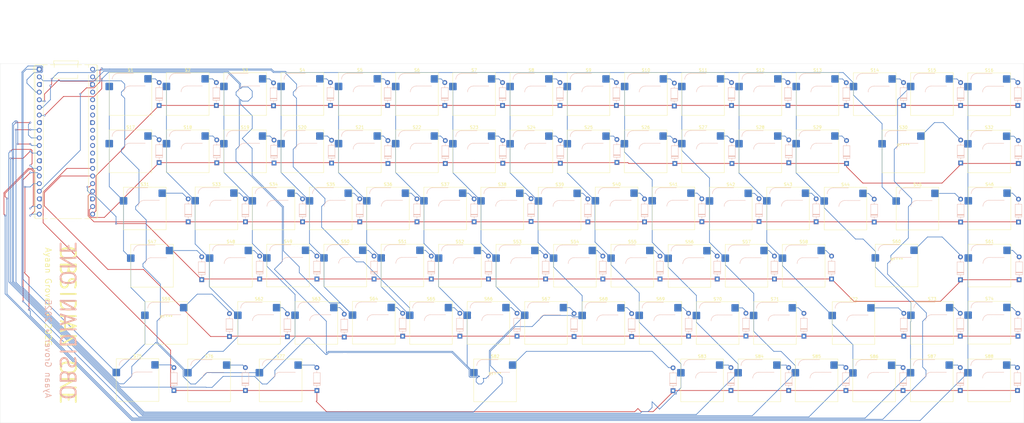
<source format=kicad_pcb>
(kicad_pcb (version 20241229) (generator "pcbnew") (generator_version "9.0")
  (layers (0 "F.Cu" signal) (2 "B.Cu" signal) (13 "F.Paste" user) (15 "B.Paste" user) (5 "F.SilkS" user "F.Silkscreen") (7 "B.SilkS" user "B.Silkscreen") (1 "F.Mask" user) (3 "B.Mask" user) (25 "Edge.Cuts" user))
  (net 0 "")
  (net 1 "Row 2")
  (net 2 "Column 4")
  (net 4 "Column 10")
  (net 9 "Column 5")
  (net 10 "Row 6")
  (net 11 "Net-(A1-GND-Pad13)")
  (net 12 "Column 14")
  (net 13 "Column 16")
  (net 14 "Row 1")
  (net 15 "Column 15")
  (net 16 "Column 2")
  (net 17 "Column 13")
  (net 18 "Row 4")
  (net 19 "Column 12")
  (net 20 "Column 11")
  (net 24 "Column 1")
  (net 25 "Column 9")
  (net 27 "Column 8")
  (net 30 "Column 3")
  (net 31 "Column 7")
  (net 32 "Column 6")
  (net 33 "Row 5")
  (net 34 "Row 3")
  (net 35 "Net-(D1-A)")
  (net 36 "Net-(D2-A)")
  (net 37 "Net-(D3-A)")
  (net 38 "Net-(D4-A)")
  (net 39 "Net-(D5-A)")
  (net 40 "Net-(D6-A)")
  (net 41 "Net-(D7-A)")
  (net 42 "Net-(D8-A)")
  (net 43 "Net-(D9-A)")
  (net 44 "Net-(D10-A)")
  (net 45 "Net-(D11-A)")
  (net 46 "Net-(D12-A)")
  (net 47 "Net-(D13-A)")
  (net 48 "Net-(D14-A)")
  (net 49 "Net-(D15-A)")
  (net 50 "Net-(D16-A)")
  (net 51 "Net-(D17-A)")
  (net 52 "Net-(D18-A)")
  (net 53 "Net-(D19-A)")
  (net 54 "Net-(D20-A)")
  (net 55 "Net-(D21-A)")
  (net 56 "Net-(D22-A)")
  (net 57 "Net-(D23-A)")
  (net 58 "Net-(D24-A)")
  (net 59 "Net-(D25-A)")
  (net 60 "Net-(D26-A)")
  (net 61 "Net-(D27-A)")
  (net 62 "Net-(D28-A)")
  (net 63 "Net-(D29-A)")
  (net 64 "Net-(D30-A)")
  (net 65 "Net-(D31-A)")
  (net 66 "Net-(D32-A)")
  (net 67 "Net-(D33-A)")
  (net 68 "Net-(D34-A)")
  (net 69 "Net-(D35-A)")
  (net 70 "Net-(D36-A)")
  (net 71 "Net-(D37-A)")
  (net 72 "Net-(D38-A)")
  (net 73 "Net-(D39-A)")
  (net 74 "Net-(D40-A)")
  (net 75 "Net-(D41-A)")
  (net 76 "Net-(D42-A)")
  (net 77 "Net-(D43-A)")
  (net 78 "Net-(D44-A)")
  (net 79 "Net-(D45-A)")
  (net 80 "Net-(D46-A)")
  (net 81 "Net-(D47-A)")
  (net 82 "Net-(D48-A)")
  (net 83 "Net-(D49-A)")
  (net 84 "Net-(D50-A)")
  (net 85 "Net-(D51-A)")
  (net 86 "Net-(D52-A)")
  (net 87 "Net-(D53-A)")
  (net 88 "Net-(D54-A)")
  (net 89 "Net-(D55-A)")
  (net 90 "Net-(D56-A)")
  (net 91 "Net-(D57-A)")
  (net 92 "Net-(D58-A)")
  (net 93 "Net-(D59-A)")
  (net 94 "Net-(D60-A)")
  (net 95 "Net-(D61-A)")
  (net 96 "Net-(D62-A)")
  (net 97 "Net-(D63-A)")
  (net 98 "Net-(D64-A)")
  (net 99 "Net-(D65-A)")
  (net 100 "Net-(D66-A)")
  (net 101 "Net-(D67-A)")
  (net 102 "Net-(D68-A)")
  (net 103 "Net-(D69-A)")
  (net 104 "Net-(D70-A)")
  (net 105 "Net-(D71-A)")
  (net 106 "Net-(D72-A)")
  (net 107 "Net-(D73-A)")
  (net 108 "Net-(D74-A)")
  (net 109 "Net-(D75-A)")
  (net 110 "Net-(D76-A)")
  (net 111 "Net-(D77-A)")
  (net 112 "Net-(D82-A)")
  (net 113 "Net-(D83-A)")
  (net 114 "Net-(D84-A)")
  (net 115 "Net-(D85-A)")
  (net 116 "Net-(D86-A)")
  (net 117 "Net-(D87-A)")
  (net 118 "Net-(D88-A)")
  (footprint "ScottoKeebs_Hotswap:Hotswap_MX_1.00u" (layer "F.Cu") (at 97.862226 40.506892)
    (property "Reference" "S21")
    (property "Value" "Keyswitch")
  )
  (footprint "ScottoKeebs_Hotswap:Hotswap_MX_2.00u" (layer "F.Cu") (at 278.9241 40.544264)
    (property "Reference" "S30")
    (property "Value" "Keyswitch")
  )
  (footprint "ScottoKeebs_Hotswap:Hotswap_MX_1.00u" (layer "F.Cu") (at 183.413271 59.540017)
    (property "Reference" "S40")
    (property "Value" "Keyswitch")
  )
  (footprint "ScottoKeebs_Hotswap:Hotswap_MX_1.00u" (layer "F.Cu") (at 59.683086 21.460543)
    (property "Reference" "S3")
    (property "Value" "Keyswitch")
  )
  (footprint "ScottoKeebs_Hotswap:Hotswap_MX_1.00u" (layer "F.Cu") (at 207.671051 78.704118)
    (property "Reference" "S56")
    (property "Value" "Keyswitch")
  )
  (footprint "ScottoKeebs_Hotswap:Hotswap_MX_1.00u" (layer "F.Cu") (at 145.314924 59.577312)
    (property "Reference" "S38")
    (property "Value" "Keyswitch")
  )
  (footprint "ScottoKeebs_Hotswap:Hotswap_MX_1.00u" (layer "F.Cu") (at 231.253221 40.527575)
    (property "Reference" "S28")
    (property "Value" "Keyswitch")
  )
  (footprint "ScottoKeebs_Hotswap:Hotswap_MX_1.25u" (layer "F.Cu") (at 47.686481 116.814103)
    (property "Reference" "S76")
    (property "Value" "Keyswitch")
  )
  (footprint "ScottoKeebs_Hotswap:Hotswap_MX_1.00u" (layer "F.Cu") (at 155.012779 21.490791)
    (property "Reference" "S8")
    (property "Value" "Keyswitch")
  )
  (footprint "ScottoKeebs_Hotswap:Hotswap_MX_1.00u" (layer "F.Cu") (at 54.910365 78.637898)
    (property "Reference" "S48")
    (property "Value" "Keyswitch")
  )
  (footprint "ScottoKeebs_Hotswap:Hotswap_MX_1.00u" (layer "F.Cu") (at 169.491464 78.641971)
    (property "Reference" "S54")
    (property "Value" "Keyswitch")
  )
  (footprint "ScottoKeebs_Hotswap:Hotswap_MX_1.00u" (layer "F.Cu") (at 116.90861 21.479922)
    (property "Reference" "S6")
    (property "Value" "Keyswitch")
  )
  (footprint "ScottoKeebs_Hotswap:Hotswap_MX_1.00u" (layer "F.Cu") (at 240.515684 59.566904)
    (property "Reference" "S43")
    (property "Value" "Keyswitch")
  )
  (footprint "ScottoKeebs_Hotswap:Hotswap_MX_1.00u" (layer "F.Cu") (at 236.115456 97.745129)
    (property "Reference" "S71")
    (property "Value" "Keyswitch")
  )
  (footprint "ScottoKeebs_Hotswap:Hotswap_MX_1.00u" (layer "F.Cu") (at 59.648925 40.521572)
    (property "Reference" "S19")
    (property "Value" "Keyswitch")
  )
  (footprint "ScottoKeebs_Hotswap:Hotswap_MX_1.00u" (layer "F.Cu") (at 131.194213 78.641971)
    (property "Reference" "S52")
    (property "Value" "Keyswitch")
  )
  (footprint "ScottoKeebs_Hotswap:Hotswap_MX_1.00u" (layer "F.Cu") (at 174.059254 21.495362)
    (property "Reference" "S9")
    (property "Value" "Keyswitch")
  )
  (footprint "ScottoKeebs_Hotswap:Hotswap_MX_6.25u" (layer "F.Cu") (at 142.944169 116.815236)
    (property "Reference" "S82")
    (property "Value" "Keyswitch")
  )
  (footprint "ScottoKeebs_Hotswap:Hotswap_MX_1.00u" (layer "F.Cu") (at 140.722529 97.67539)
    (property "Reference" "S66")
    (property "Value" "Keyswitch")
  )
  (footprint "ScottoKeebs_Hotswap:Hotswap_MX_1.00u" (layer "F.Cu") (at 211.900799 116.818372)
    (property "Reference" "S83")
    (property "Value" "Keyswitch")
  )
  (footprint "ScottoKeebs_Hotswap:Hotswap_MX_1.00u" (layer "F.Cu") (at 307.506917 40.576428)
    (property "Reference" "S32")
    (property "Value" "Keyswitch")
  )
  (footprint "ScottoKeebs_Hotswap:Hotswap_MX_1.25u" (layer "F.Cu") (at 71.505239 116.812377)
    (property "Reference" "S77")
    (property "Value" "Keyswitch")
  )
  (footprint "ScottoKeebs_Hotswap:Hotswap_MX_1.00u" (layer "F.Cu") (at 193.092456 40.537223)
    (property "Reference" "S26")
    (property "Value" "Keyswitch")
  )
  (footprint "ScottoKeebs_Hotswap:Hotswap_MX_1.00u" (layer "F.Cu") (at 217.06758 97.750802)
    (property "Reference" "S70")
    (property "Value" "Keyswitch")
  )
  (footprint "ScottoKeebs_Hotswap:Hotswap_MX_1.00u" (layer "F.Cu") (at 21.493984 40.507591)
    (property "Reference" "S17")
    (property "Value" "Keyswitch")
  )
  (footprint "ScottoKeebs_Hotswap:Hotswap_MX_1.00u" (layer "F.Cu") (at 198.026451 97.70444)
    (property "Reference" "S69")
    (property "Value" "Keyswitch")
  )
  (footprint "ScottoKeebs_Hotswap:Hotswap_MX_1.00u" (layer "F.Cu") (at 226.695031 78.65444)
    (property "Reference" "S57")
    (property "Value" "Keyswitch")
  )
  (footprint "ScottoKeebs_Hotswap:Hotswap_MX_1.00u" (layer "F.Cu") (at 40.547274 40.516334)
    (property "Reference" "S18")
    (property "Value" "Keyswitch")
  )
  (footprint "ScottoKeebs_Hotswap:Hotswap_MX_1.00u" (layer "F.Cu") (at 250.332904 21.497766)
    (property "Reference" "S13")
    (property "Value" "Keyswitch")
  )
  (footprint "ScottoKeebs_Hotswap:Hotswap_MX_1.00u" (layer "F.Cu") (at 188.640089 78.641971)
    (property "Reference" "S55")
    (property "Value" "Keyswitch")
  )
  (footprint "ScottoKeebs_Hotswap:Hotswap_MX_1.00u" (layer "F.Cu") (at 193.165163 21.482041)
    (property "Reference" "S10")
    (property "Value" "Keyswitch")
  )
  (footprint "ScottoKeebs_Hotswap:Hotswap_MX_2.25u" (layer "F.Cu") (at 276.678167 78.571221)
    (property "Reference" "S60")
    (property "Value" "Keyswitch")
  )
  (footprint "ScottoKeebs_Hotswap:Hotswap_MX_1.00u" (layer "F.Cu") (at 307.644608 78.592983)
    (property "Reference" "S61")
    (property "Value" "Keyswitch")
  )
  (footprint "ScottoKeebs_Hotswap:Hotswap_MX_1.00u" (layer "F.Cu") (at 288.388969 116.818095)
    (property "Reference" "S87")
    (property "Value" "Keyswitch")
  )
  (footprint "ScottoKeebs_Hotswap:Hotswap_MX_1.00u" (layer "F.Cu") (at 159.871155 97.67539)
    (property "Reference" "S67")
    (property "Value" "Keyswitch")
  )
  (footprint "ScottoKeebs_Hotswap:Hotswap_MX_1.00u" (layer "F.Cu") (at 102.517271 97.63228)
    (property "Reference" "S64")
    (property "Value" "Keyswitch")
  )
  (footprint "ScottoKeebs_Hotswap:Hotswap_MX_1.00u" (layer "F.Cu") (at 116.885081 40.517488)
    (property "Reference" "S22")
    (property "Value" "Keyswitch")
  )
  (footprint "ScottoKeebs_Stabilizer:Stabilizer_MX_2.00u" (layer "F.Cu") (at 33.372781 97.719953)
    (property "Reference" "REF**")
    (property "Value" "Stabilizer_MX_2.00u")
  )
  (footprint "ScottoKeebs_Hotswap:Hotswap_MX_1.00u" (layer "F.Cu") (at 307.520085 116.818372)
    (property "Reference" "S88")
    (property "Value" "Keyswitch")
  )
  (footprint "ScottoKeebs_Hotswap:Hotswap_MX_1.00u" (layer "F.Cu") (at 135.944843 40.532487)
    (property "Reference" "S23")
    (property "Value" "Keyswitch")
  )
  (footprint "ScottoKeebs_Hotswap:Hotswap_MX_1.00u" (layer "F.Cu") (at 112.065484 78.578964)
    (property "Reference" "S51")
    (property "Value" "Keyswitch")
  )
  (footprint "ScottoKeebs_Hotswap:Hotswap_MX_1.00u" (layer "F.Cu") (at 288.428217 21.482025)
    (property "Reference" "S15")
    (property "Value" "Keyswitch")
  )
  (footprint "ScottoKeebs_Hotswap:Hotswap_MX_1.00u" (layer "F.Cu") (at 212.215808 21.48227)
    (property "Reference" "S11")
    (property "Value" "Keyswitch")
  )
  (footprint "ScottoKeebs_Hotswap:Hotswap_MX_1.00u" (layer "F.Cu") (at 202.350101 59.538528)
    (property "Reference" "S41")
    (property "Value" "Keyswitch")
  )
  (footprint "ScottoKeebs_Hotswap:Hotswap_MX_1.25u" (layer "F.Cu") (at 23.840479 116.744149)
    (property "Reference" "S75")
    (property "Value" "Keyswitch")
  )
  (footprint "ScottoKeebs_Hotswap:Hotswap_MX_1.00u" (layer "F.Cu") (at 174.068184 40.542368)
    (property "Reference" "S25")
    (property "Value" "Keyswitch")
  )
  (footprint "Module:RaspberryPi_Pico_Common_THT" (layer "F.Cu") (at -8.902569 13.19475)
    (property "Reference" "A1" (hide yes))
    (property "Value" "RaspberryPi_Pico" (hide yes))
  )
  (footprint "ScottoKeebs_Hotswap:Hotswap_MX_1.00u" (layer "F.Cu") (at 307.643023 59.547073)
    (property "Reference" "S46")
    (property "Value" "Keyswitch")
  )
  (footprint "ScottoKeebs_Stabilizer:Stabilizer_MX_2.00u" (layer "F.Cu") (at 278.908755 40.5413)
    (property "Reference" "REF**")
    (property "Value" "Stabilizer_MX_2.00u")
  )
  (footprint "ScottoKeebs_Hotswap:Hotswap_MX_1.75u" (layer "F.Cu") (at 262.311865 97.756659)
    (property "Reference" "S72")
    (property "Value" "Keyswitch")
  )
  (footprint "ScottoKeebs_Hotswap:Hotswap_MX_1.00u" (layer "F.Cu") (at 245.733076 78.65444)
    (property "Reference" "S58")
    (property "Value" "Keyswitch")
  )
  (footprint "ScottoKeebs_Hotswap:Hotswap_MX_1.00u" (layer "F.Cu") (at 126.310936 59.55943)
    (property "Reference" "S37")
    (property "Value" "Keyswitch")
  )
  (footprint "ScottoKeebs_Hotswap:Hotswap_MX_1.00u" (layer "F.Cu") (at 64.320177 97.687655)
    (property "Reference" "S62")
    (property "Value" "Keyswitch")
  )
  (footprint "ScottoKeebs_Hotswap:Hotswap_MX_1.00u" (layer "F.Cu") (at 164.440548 59.615008)
    (property "Reference" "S39")
    (property "Value" "Keyswitch")
  )
  (footprint "ScottoKeebs_Hotswap:Hotswap_MX_1.00u" (layer "F.Cu") (at 21.495654 21.459243)
    (property "Reference" "S1")
    (property "Value" "Keyswitch")
  )
  (footprint "ScottoKeebs_Hotswap:Hotswap_MX_1.00u" (layer "F.Cu") (at 135.952205 21.481541)
    (property "Reference" "S7")
    (property "Value" "Keyswitch")
  )
  (footprint "ScottoKeebs_Hotswap:Hotswap_MX_1.00u" (layer "F.Cu") (at 250.290442 40.514796)
    (property "Reference" "S29")
    (property "Value" "Keyswitch")
  )
  (footprint "ScottoKeebs_Hotswap:Hotswap_MX_1.00u" (layer "F.Cu") (at 73.972117 78.585596)
    (property "Reference" "S49")
    (property "Value" "Keyswitch")
  )
  (footprint "ScottoKeebs_Hotswap:Hotswap_MX_1.00u" (layer "F.Cu") (at 83.378595 97.668758)
    (property "Reference" "S63")
    (property "Value" "Keyswitch")
  )
  (footprint "ScottoKeebs_Hotswap:Hotswap_MX_1.00u" (layer "F.Cu") (at 307.581609 97.63228)
    (property "Reference" "S74")
    (property "Value" "Keyswitch")
  )
  (footprint "ScottoKeebs_Hotswap:Hotswap_MX_1.00u" (layer "F.Cu") (at 231.282422 21.490953)
    (property "Reference" "S12")
    (property "Value" "Keyswitch")
  )
  (footprint "ScottoKeebs_Hotswap:Hotswap_MX_1.00u" (layer "F.Cu") (at 230.964613 116.818372)
    (property "Reference" "S84")
    (property "Value" "Keyswitch")
  )
  (footprint "ScottoKeebs_Hotswap:Hotswap_MX_1.00u" (layer "F.Cu") (at 40.534695 21.460543)
    (property "Reference" "S2")
    (property "Value" "Keyswitch")
  )
  (footprint "ScottoKeebs_Stabilizer:Stabilizer_MX_6.25u" (layer "F.Cu") (at 142.875 116.68125)
    (property "Reference" "REF**")
    (property "Value" "Stabilizer_MX_6.25u")
  )
  (footprint "ScottoKeebs_Hotswap:Hotswap_MX_1.00u" (layer "F.Cu") (at 269.385037 21.497766)
    (property "Reference" "S14")
    (property "Value" "Keyswitch")
  )
  (footprint "ScottoKeebs_Hotswap:Hotswap_MX_1.00u" (layer "F.Cu") (at 259.654142 59.617017)
    (property "Reference" "S44")
    (property "Value" "Keyswitch")
  )
  (footprint "ScottoKeebs_Hotswap:Hotswap_MX_1.00u" (layer "F.Cu") (at 121.573904 97.67539)
    (property "Reference" "S65")
    (property "Value" "Keyswitch")
  )
  (footprint "ScottoKeebs_Hotswap:Hotswap_MX_1.00u" (layer "F.Cu") (at 78.729776 21.460562)
    (property "Reference" "S4")
    (property "Value" "Keyswitch")
  )
  (footprint "ScottoKeebs_Hotswap:Hotswap_MX_1.00u" (layer "F.Cu") (at 155.010193 40.54496)
    (property "Reference" "S24")
    (property "Value" "Keyswitch")
  )
  (footprint "ScottoKeebs_Stabilizer:Stabilizer_MX_2.00u" (layer "F.Cu") (at 276.684183 78.612393)
    (property "Reference" "REF**")
    (property "Value" "Stabilizer_MX_2.00u")
  )
  (footprint "ScottoKeebs_Hotswap:Hotswap_MX_2.25u" (layer "F.Cu") (at 33.362662 97.687655)
    (property "Reference" "S59")
    (property "Value" "Keyswitch")
  )
  (footprint "ScottoKeebs_Hotswap:Hotswap_MX_1.00u" (layer "F.Cu") (at 307.509337 21.518409)
    (property "Reference" "S16")
    (property "Value" "Keyswitch")
  )
  (footprint "ScottoKeebs_Hotswap:Hotswap_MX_1.00u" (layer "F.Cu") (at 179.025361 97.734433)
    (property "Reference" "S68")
    (property "Value" "Keyswitch")
  )
  (footprint "ScottoKeebs_Hotswap:Hotswap_MX_1.75u" (layer "F.Cu") (at 28.656272 78.654082)
    (property "Reference" "S47")
    (property "Value" "Keyswitch")
  )
  (footprint "ScottoKeebs_Hotswap:Hotswap_MX_1.00u" (layer "F.Cu") (at 221.429052 59.595343)
    (property "Reference" "S42")
    (property "Value" "Keyswitch")
  )
  (footprint "ScottoKeebs_Hotswap:Hotswap_MX_1.00u" (layer "F.Cu") (at 107.25069 59.55943)
    (property "Reference" "S36")
    (property "Value" "Keyswitch")
  )
  (footprint "ScottoKeebs_Hotswap:Hotswap_MX_1.00u" (layer "F.Cu") (at 97.878166 21.460562)
    (property "Reference" "S5")
    (property "Value" "Keyswitch")
  )
  (footprint "ScottoKeebs_Hotswap:Hotswap_MX_1.00u" (layer "F.Cu") (at 69.138933 59.562768)
    (property "Reference" "S34")
    (property "Value" "Keyswitch")
  )
  (footprint "ScottoKeebs_Hotswap:Hotswap_MX_1.00u" (layer "F.Cu") (at 288.518059 97.67914)
    (property "Reference" "S73")
    (property "Value" "Keyswitch")
  )
  (footprint "ScottoKeebs_Hotswap:Hotswap_MX_1.00u" (layer "F.Cu") (at 269.195161 116.88428)
    (property "Reference" "S86")
    (property "Value" "Keyswitch")
  )
  (footprint "ScottoKeebs_Hotswap:Hotswap_MX_1.00u" (layer "F.Cu") (at 212.20009 40.502016)
    (property "Reference" "S27")
    (property "Value" "Keyswitch")
  )
  (footprint "ScottoKeebs_Hotswap:Hotswap_MX_1.00u" (layer "F.Cu") (at 250.028426 116.818372)
    (property "Reference" "S85")
    (property "Value" "Keyswitch")
  )
  (footprint "ScottoKeebs_Hotswap:Hotswap_MX_1.00u" (layer "F.Cu") (at 93.015484 78.575648)
    (property "Reference" "S50")
    (property "Value" "Keyswitch")
  )
  (footprint "ScottoKeebs_Hotswap:Hotswap_MX_1.00u" (layer "F.Cu") (at 88.184555 59.569694)
    (property "Reference" "S35")
    (property "Value" "Keyswitch")
  )
  (footprint "ScottoKeebs_Hotswap:Hotswap_MX_1.00u" (layer "F.Cu") (at 150.342838 78.641971)
    (property "Reference" "S53")
    (property "Value" "Keyswitch")
  )
  (footprint "ScottoKeebs_Hotswap:Hotswap_MX_1.00u" (layer "F.Cu") (at 78.719031 40.515129)
    (property "Reference" "S20")
    (property "Value" "Keyswitch")
  )
  (footprint "ScottoKeebs_Hotswap:Hotswap_MX_1.00u" (layer "F.Cu") (at 50.105976 59.515265)
    (property "Reference" "S33")
    (property "Value" "Keyswitch")
  )
  (footprint "ScottoKeebs_Hotswap:Hotswap_MX_1.50u" (layer "F.Cu") (at 283.62105 59.624533)
    (property "Reference" "S45")
    (property "Value" "Keyswitch")
  )
  (footprint "ScottoKeebs_Hotswap:Hotswap_MX_1.50u" (layer "F.Cu") (at 26.240226 59.562025)
    (property "Reference" "S31")
    (property "Value" "Keyswitch")
  )
  (footprint "ScottoKeebs_Components:Diode_DO-35" (layer "B.Cu") (at 297.999194 25.251225 90)
    (property "Reference" "D15" (hide yes))
    (property "Value" "Diode" (hide yes))
  )
  (footprint "ScottoKeebs_Components:Diode_DO-35" (layer "B.Cu") (at 40.704404 64.004243 90)
    (property "Reference" "D31" (hide yes))
    (property "Value" "Diode" (hide yes))
  )
  (footprint "ScottoKeebs_Components:Diode_DO-35" (layer "B.Cu") (at 255.016904 83.054243 90)
    (property "Reference" "D58" (hide yes))
    (property "Value" "Diode" (hide yes))
  )
  (footprint "ScottoKeebs_Components:Diode_DO-35" (layer "B.Cu") (at 259.779404 120.201743 90)
    (property "Reference" "D85" (hide yes))
    (property "Value" "Diode" (hide yes))
  )
  (footprint "ScottoKeebs_Components:Diode_DO-35" (layer "B.Cu") (at 240.729404 120.201743 90)
    (property "Reference" "D84" (hide yes))
    (property "Value" "Diode" (hide yes))
  )
  (footprint "ScottoKeebs_Components:Diode_DO-35" (layer "B.Cu") (at 164.529404 25.24411 90)
    (property "Reference" "D8" (hide yes))
    (property "Value" "Diode" (hide yes))
  )
  (footprint "ScottoKeebs_Components:Diode_DO-35" (layer "B.Cu") (at 92.685122 102.399536 90)
    (property "Reference" "D63" (hide yes))
    (property "Value" "Diode" (hide yes))
  )
  (footprint "ScottoKeebs_Components:Diode_DO-35" (layer "B.Cu") (at 116.904404 64.004243 90)
    (property "Reference" "D36" (hide yes))
    (property "Value" "Diode" (hide yes))
  )
  (footprint "ScottoKeebs_Components:Diode_DO-35" (layer "B.Cu") (at 297.939135 83.320359 90)
    (property "Reference" "D60" (hide yes))
    (property "Value" "Diode" (hide yes))
  )
  (footprint "ScottoKeebs_Components:Diode_DO-35" (layer "B.Cu") (at 259.915002 25.292465 90)
    (property "Reference" "D13" (hide yes))
    (property "Value" "Diode" (hide yes))
  )
  (footprint "ScottoKeebs_Components:Diode_DO-35" (layer "B.Cu") (at 107.126861 25.24411 90)
    (property "Reference" "D5" (hide yes))
    (property "Value" "Diode" (hide yes))
  )
  (footprint "ScottoKeebs_Components:Diode_DO-35" (layer "B.Cu") (at 202.207577 120.270658 90)
    (property "Reference" "D82" (hide yes))
    (property "Value" "Diode" (hide yes))
  )
  (footprint "ScottoKeebs_Components:Diode_DO-35" (layer "B.Cu") (at 317.096362 102.113009 90)
    (property "Reference" "D74" (hide yes))
    (property "Value" "Diode" (hide yes))
  )
  (footprint "ScottoKeebs_Components:Diode_DO-35" (layer "B.Cu") (at 83.566904 120.201743 90)
    (property "Reference" "D77" (hide yes))
    (property "Value" "Diode" (hide yes))
  )
  (footprint "ScottoKeebs_Components:Diode_DO-35" (layer "B.Cu") (at 183.49843 44.207726 90)
    (property "Reference" "D25" (hide yes))
    (property "Value" "Diode" (hide yes))
  )
  (footprint "ScottoKeebs_Components:Diode_DO-35" (layer "B.Cu") (at 317.049194 25.239367 90)
    (property "Reference" "D16" (hide yes))
    (property "Value" "Diode" (hide yes))
  )
  (footprint "ScottoKeebs_Components:Diode_DO-35" (layer "B.Cu") (at 207.391904 102.104243 90)
    (property "Reference" "D69" (hide yes))
    (property "Value" "Diode" (hide yes))
  )
  (footprint "ScottoKeebs_Components:Diode_DO-35" (layer "B.Cu") (at 126.340171 44.579285 90)
    (property "Reference" "D22" (hide yes))
    (property "Value" "Diode" (hide yes))
  )
  (footprint "ScottoKeebs_Components:Diode_DO-35" (layer "B.Cu") (at 159.766904 83.054243 90)
    (property "Reference" "D53" (hide yes))
    (property "Value" "Diode" (hide yes))
  )
  (footprint "ScottoKeebs_Components:Diode_DO-35" (layer "B.Cu") (at 235.966904 83.054243 90)
    (property "Reference" "D57" (hide yes))
    (property "Value" "Diode" (hide yes))
  )
  (footprint "ScottoKeebs_Components:Diode_DO-35" (layer "B.Cu") (at 173.822198 64.018784 90)
    (property "Reference" "D39" (hide yes))
    (property "Value" "Diode" (hide yes))
  )
  (footprint "ScottoKeebs_Components:Diode_DO-35" (layer "B.Cu") (at 226.48666 102.084784 90)
    (property "Reference" "D70" (hide yes))
    (property "Value" "Diode" (hide yes))
  )
  (footprint "ScottoKeebs_Components:Diode_DO-35" (layer "B.Cu") (at 240.476861 25.24411 90)
    (property "Reference" "D12" (hide yes))
    (property "Value" "Diode" (hide yes))
  )
  (footprint "ScottoKeebs_Components:Diode_DO-35" (layer "B.Cu") (at 59.754404 120.201743 90)
    (property "Reference" "D76" (hide yes))
    (property "Value" "Diode" (hide yes))
  )
  (footprint "ScottoKeebs_Components:Diode_DO-35" (layer "B.Cu") (at 54.440933 102.210626 90)
    (property "Reference" "D59" (hide yes))
    (property "Value" "Diode" (hide yes))
  )
  (footprint "ScottoKeebs_Components:Diode_DO-35" (layer "B.Cu") (at 31.028561 25.244091 90)
    (property "Reference" "D1" (hide yes))
    (property "Value" "Diode" (hide yes))
  )
  (footprint "ScottoKeebs_Components:Diode_DO-35" (layer "B.Cu") (at 245.79378 102.10986 90)
    (property "Reference" "D71" (hide yes))
    (property "Value" "Diode" (hide yes))
  )
  (footprint "ScottoKeebs_Components:Diode_DO-35" (layer "B.Cu") (at 83.566904 83.054243 90)
    (property "Reference" "D49" (hide yes))
    (property "Value" "Diode" (hide yes))
  )
  (footprint "ScottoKeebs_Components:Diode_DO-35" (layer "B.Cu") (at 150.241904 102.104243 90)
    (property "Reference" "D66" (hide yes))
    (property "Value" "Diode" (hide yes))
  )
  (footprint "ScottoKeebs_Components:Diode_DO-35" (layer "B.Cu") (at 164.644336 44.505714 90)
    (property "Reference" "D24" (hide yes))
    (property "Value" "Diode" (hide yes))
  )
  (footprint "ScottoKeebs_Components:Diode_DO-35" (layer "B.Cu") (at 188.421269 102.213651 90)
    (property "Reference" "D68" (hide yes))
    (property "Value" "Diode" (hide yes))
  )
  (footprint "ScottoKeebs_Components:Diode_DO-35" (layer "B.Cu") (at 221.812353 44.570051 90)
    (property "Reference" "D27" (hide yes))
    (property "Value" "Diode" (hide yes))
  )
  (footprint "ScottoKeebs_Components:Diode_DO-35" (layer "B.Cu") (at 107.228561 44.578138 90)
    (property "Reference" "D21" (hide yes))
    (property "Value" "Diode" (hide yes))
  )
  (footprint "ScottoKeebs_Components:Diode_DO-35" (layer "B.Cu") (at 145.412043 25.246118 90)
    (property "Reference" "D7" (hide yes))
    (property "Value" "Diode" (hide yes))
  )
  (footprint "ScottoKeebs_Components:Diode_DO-35" (layer "B.Cu") (at 202.797592 44.570051 90)
    (property "Reference" "D26" (hide yes))
    (property "Value" "Diode" (hide yes))
  )
  (footprint "ScottoKeebs_Components:Diode_DO-35" (layer "B.Cu") (at 297.879404 102.104243 90)
    (property "Reference" "D73" (hide yes))
    (property "Value" "Diode" (hide yes))
  )
  (footprint "ScottoKeebs_Components:Diode_DO-35" (layer "B.Cu") (at 240.763837 44.342852 90)
    (property "Reference" "D28" (hide yes))
    (property "Value" "Diode" (hide yes))
  )
  (footprint "ScottoKeebs_Components:Diode_DO-35" (layer "B.Cu") (at 202.629404 25.427993 90)
    (property "Reference" "D10" (hide yes))
    (property "Value" "Diode" (hide yes))
  )
  (footprint "ScottoKeebs_Components:Diode_DO-35" (layer "B.Cu") (at 249.875592 63.99151 90)
    (property "Reference" "D43" (hide yes))
    (property "Value" "Diode" (hide yes))
  )
  (footprint "ScottoKeebs_Components:Diode_DO-35" (layer "B.Cu") (at 278.976361 25.251225 90)
    (property "Reference" "D14" (hide yes))
    (property "Value" "Diode" (hide yes))
  )
  (footprint "ScottoKeebs_Components:Diode_DO-35" (layer "B.Cu") (at 64.516904 83.054243 90)
    (property "Reference" "D48" (hide yes))
    (property "Value" "Diode" (hide yes))
  )
  (footprint "ScottoKeebs_Components:Diode_DO-35" (layer "B.Cu") (at 298.007016 64.089456 90)
    (property "Reference" "D45" (hide yes))
    (property "Value" "Diode" (hide yes))
  )
  (footprint "ScottoKeebs_Components:Diode_DO-35" (layer "B.Cu") (at 317.495974 83.301226 90)
    (property "Reference" "D61" (hide yes))
    (property "Value" "Diode" (hide yes))
  )
  (footprint "ScottoKeebs_Components:Diode_DO-35" (layer "B.Cu") (at 112.141904 102.104243 90)
    (property "Reference" "D64" (hide yes))
    (property "Value" "Diode" (hide yes))
  )
  (footprint "ScottoKeebs_Components:Diode_DO-35" (layer "B.Cu") (at 178.816904 83.054243 90)
    (property "Reference" "D54" (hide yes))
    (property "Value" "Diode" (hide yes))
  )
  (footprint "ScottoKeebs_Components:Diode_DO-35" (layer "B.Cu") (at 126.176861 25.24411 90)
    (property "Reference" "D6" (hide yes))
    (property "Value" "Diode" (hide yes))
  )
  (footprint "ScottoKeebs_Components:Diode_DO-35" (layer "B.Cu") (at 78.804404 64.004243 90)
    (property "Reference" "D34" (hide yes))
    (property "Value" "Diode" (hide yes))
  )
  (footprint "ScottoKeebs_Components:Diode_DO-35" (layer "B.Cu") (at 45.214173 83.289845 90)
    (property "Reference" "D47" (hide yes))
    (property "Value" "Diode" (hide yes))
  )
  (footprint "ScottoKeebs_Components:Diode_DO-35" (layer "B.Cu") (at 317.214003 44.570051 90)
    (property "Reference" "D32" (hide yes))
    (property "Value" "Diode" (hide yes))
  )
  (footprint "ScottoKeebs_Components:Diode_DO-35" (layer "B.Cu") (at 154.919498 63.919337 90)
    (property "Reference" "D38" (hide yes))
    (property "Value" "Diode" (hide yes))
  )
  (footprint "ScottoKeebs_Components:Diode_DO-35" (layer "B.Cu") (at 216.916904 83.054243 90)
    (property "Reference" "D56" (hide yes))
    (property "Value" "Diode" (hide yes))
  )
  (footprint "ScottoKeebs_Components:Diode_DO-35" (layer "B.Cu") (at 197.866904 83.054243 90)
    (property "Reference" "D55" (hide yes))
    (property "Value" "Diode" (hide yes))
  )
  (footprint "ScottoKeebs_Components:Diode_DO-35" (layer "B.Cu") (at 269.2215 64.089456 90)
    (property "Reference" "D44" (hide yes))
    (property "Value" "Diode" (hide yes))
  )
  (footprint "ScottoKeebs_Components:Diode_DO-35" (layer "B.Cu") (at 221.679404 25.24411 90)
    (property "Reference" "D11" (hide yes))
    (property "Value" "Diode" (hide yes))
  )
  (footprint "ScottoKeebs_Components:Diode_DO-35" (layer "B.Cu") (at 59.754404 64.004243 90)
    (property "Reference" "D33" (hide yes))
    (property "Value" "Diode" (hide yes))
  )
  (footprint "ScottoKeebs_Components:Diode_DO-35" (layer "B.Cu") (at 102.616904 83.054243 90)
    (property "Reference" "D50" (hide yes))
    (property "Value" "Diode" (hide yes))
  )
  (footprint "ScottoKeebs_Components:Diode_DO-35" (layer "B.Cu") (at 183.326861 25.24411 90)
    (property "Reference" "D9" (hide yes))
    (property "Value" "Diode" (hide yes))
  )
  (footprint "ScottoKeebs_Components:Diode_DO-35" (layer "B.Cu") (at 140.716904 83.054243 90)
    (property "Reference" "D52" (hide yes))
    (property "Value" "Diode" (hide yes))
  )
  (footprint "ScottoKeebs_Components:Diode_DO-35" (layer "B.Cu") (at 31.028561 44.294091 90)
    (property "Reference" "D17" (hide yes))
    (property "Value" "Diode" (hide yes))
  )
  (footprint "ScottoKeebs_Components:Diode_DO-35" (layer "B.Cu") (at 121.666904 83.054243 90)
    (property "Reference" "D51" (hide yes))
    (property "Value" "Diode" (hide yes))
  )
  (footprint "ScottoKeebs_Components:Diode_DO-35" (layer "B.Cu") (at 230.84962 63.943793 90)
    (property "Reference" "D42" (hide yes))
    (property "Value" "Diode" (hide yes))
  )
  (footprint "ScottoKeebs_Components:Diode_DO-35" (layer "B.Cu") (at 169.23883 102.197164 90)
    (property "Reference" "D67" (hide yes))
    (property "Value" "Diode" (hide yes))
  )
  (footprint "ScottoKeebs_Components:Diode_DO-35" (layer "B.Cu") (at 50.078561 25.244091 90)
    (property "Reference" "D2" (hide yes))
    (property "Value" "Diode" (hide yes))
  )
  (footprint "ScottoKeebs_Components:Diode_DO-35" (layer "B.Cu") (at 69.288863 44.417425 90)
    (property "Reference" "D19" (hide yes))
    (property "Value" "Diode" (hide yes))
  )
  (footprint "ScottoKeebs_Components:Diode_DO-35" (layer "B.Cu") (at 50.223111 44.353446 90)
    (property "Reference" "D18" (hide yes))
    (property "Value" "Diode" (hide yes))
  )
  (footprint "ScottoKeebs_Components:Diode_DO-35" (layer "B.Cu") (at 211.800484 63.981288 90)
    (property "Reference" "D41" (hide yes))
    (property "Value" "Diode" (hide yes))
  )
  (footprint "ScottoKeebs_Components:Diode_DO-35" (layer "B.Cu") (at 97.854404 64.004243 90)
    (property "Reference" "D35" (hide yes))
    (property "Value" "Diode" (hide yes))
  )
  (footprint "ScottoKeebs_Components:Diode_DO-35" (layer "B.Cu") (at 69.128561 25.347718 90)
    (property "Reference" "D3" (hide yes))
    (property "Value" "Diode" (hide yes))
  )
  (footprint "ScottoKeebs_Components:Diode_DO-35" (layer "B.Cu") (at 73.739831 102.279335 90)
    (property "Reference" "D62" (hide yes))
    (property "Value" "Diode" (hide yes))
  )
  (footprint "ScottoKeebs_Components:Diode_DO-35" (layer "B.Cu") (at 297.879404 120.201743 90)
    (property "Reference" "D87" (hide yes))
    (property "Value" "Diode" (hide yes))
  )
  (footprint "ScottoKeebs_Components:Diode_DO-35" (layer "B.Cu") (at 316.929404 120.201743 90)
    (property "Reference" "D88" (hide yes))
    (property "Value" "Diode" (hide yes))
  )
  (footprint "ScottoKeebs_Components:Diode_DO-35" (layer "B.Cu") (at 135.954404 64.004243 90)
    (property "Reference" "D37" (hide yes))
    (property "Value" "Diode" (hide yes))
  )
  (footprint "ScottoKeebs_Components:Diode_DO-35" (layer "B.Cu") (at 317.280795 64.089456 90)
    (property "Reference" "D46" (hide yes))
    (property "Value" "Diode" (hide yes))
  )
  (footprint "ScottoKeebs_Components:Diode_DO-35" (layer "B.Cu") (at 88.076861 25.24411 90)
    (property "Reference" "D4" (hide yes))
    (property "Value" "Diode" (hide yes))
  )
  (footprint "ScottoKeebs_Components:Diode_DO-35" (layer "B.Cu") (at 35.941904 120.201743 90)
    (property "Reference" "D75" (hide yes))
    (property "Value" "Diode" (hide yes))
  )
  (footprint "ScottoKeebs_Components:Diode_DO-35" (layer "B.Cu") (at 260.005797 44.570051 90)
    (property "Reference" "D29" (hide yes))
    (property "Value" "Diode" (hide yes))
  )
  (footprint "ScottoKeebs_Components:Diode_DO-35" (layer "B.Cu") (at 279.078292 102.109391 90)
    (property "Reference" "D72" (hide yes))
    (property "Value" "Diode" (hide yes))
  )
  (footprint "ScottoKeebs_Components:Diode_DO-35" (layer "B.Cu") (at 145.492254 44.505714 90)
    (property "Reference" "D23" (hide yes))
    (property "Value" "Diode" (hide yes))
  )
  (footprint "ScottoKeebs_Components:Diode_DO-35" (layer "B.Cu") (at 278.829404 120.201743 90)
    (property "Reference" "D86" (hide yes))
    (property "Value" "Diode" (hide yes))
  )
  (footprint "ScottoKeebs_Components:Diode_DO-35" (layer "B.Cu") (at 221.477747 120.201743 90)
    (property "Reference" "D83" (hide yes))
    (property "Value" "Diode" (hide yes))
  )
  (footprint "ScottoKeebs_Components:Diode_DO-35" (layer "B.Cu") (at 192.721533 64.018784 90)
    (property "Reference" "D40" (hide yes))
    (property "Value" "Diode" (hide yes))
  )
  (footprint "ScottoKeebs_Components:Diode_DO-35" (layer "B.Cu") (at 131.191904 102.104243 90)
    (property "Reference" "D65" (hide yes))
    (property "Value" "Diode" (hide yes))
  )
  (footprint "ScottoKeebs_Components:Diode_DO-35" (layer "B.Cu") (at 298.02574 44.39655 90)
    (property "Reference" "D30" (hide yes))
    (property "Value" "Diode" (hide yes))
  )
  (footprint "ScottoKeebs_Components:Diode_DO-35" (layer "B.Cu") (at 88.467545 44.457257 90)
    (property "Reference" "D20" (hide yes))
    (property "Value" "Diode" (hide yes))
  )
  (gr_rect (start -21.962948 11.291947) (end 319.0875 130.96875) (stroke (width 0.05)) (fill no) (layer "Edge.Cuts"))
  (gr_text "OBSIDIAN ONE" (at -2.38125 71.4375 270) (layer "F.SilkS") (effects (font (size 5 5) (thickness 0.625)) (justify left bottom)))
  (gr_text "Ayaan Grover • 2025" (at -7.089701 72.38101 270) (layer "F.SilkS") (effects (font (size 2 2) (thickness 0.25)) (justify left bottom)))
  (gr_text "Ayaan Grover • 2025" (at -7.14375 122.88149 270) (layer "B.SilkS") (effects (font (size 2 2) (thickness 0.25)) (justify left bottom mirror)))
  (gr_text "OBSIDIAN ONE" (at -2.435299 123.825 270) (layer "B.SilkS") (effects (font (size 5 5) (thickness 0.625)) (justify left bottom mirror)))
  (segment (start 298.199241 44.570051) (end 298.199241 44.730003) (width 0.2) (layer "F.Cu") (net 1))
  (segment (start 298.199241 44.730003) (end 291.818044 51.1112) (width 0.2) (layer "F.Cu") (net 1))
  (segment (start 260.005797 45.693297) (end 260.005797 44.570051) (width 0.2) (layer "F.Cu") (net 1))
  (segment (start 7.776431 60.01575) (end 8.877431 58.91475) (width 0.2) (layer "F.Cu") (net 1))
  (segment (start 31.028561 44.294091) (end 12.766902 62.55575) (width 0.2) (layer "F.Cu") (net 1))
  (segment (start 260.005797 44.570051) (end 187.445051 44.570051) (width 0.2) (layer "F.Cu") (net 1))
  (segment (start 265.4237 51.1112) (end 260.005797 45.693297) (width 0.2) (layer "F.Cu") (net 1))
  (segment (start 8.421381 62.55575) (end 7.776431 61.9108) (width 0.2) (layer "F.Cu") (net 1))
  (segment (start 12.766902 62.55575) (end 8.421381 62.55575) (width 0.2) (layer "F.Cu") (net 1))
  (segment (start 291.818044 51.1112) (end 265.4237 51.1112) (width 0.2) (layer "F.Cu") (net 1))
  (segment (start 187.445051 44.570051) (end 187.169091 44.294091) (width 0.2) (layer "F.Cu") (net 1))
  (segment (start 7.776431 61.9108) (end 7.776431 60.01575) (width 0.2) (layer "F.Cu") (net 1))
  (segment (start 187.169091 44.294091) (end 31.028561 44.294091) (width 0.2) (layer "F.Cu") (net 1))
  (segment (start 317.214003 44.570051) (end 298.199241 44.570051) (width 0.2) (layer "F.Cu") (net 1))
  (segment (start -1.88125 17.16875) (end -2.38125 16.66875) (width 0.2) (layer "F.Cu") (net 2))
  (segment (start 9.967402 16.443243) (end 9.241895 17.16875) (width 0.2) (layer "F.Cu") (net 2))
  (segment (start 9.241895 17.16875) (end -1.88125 17.16875) (width 0.2) (layer "F.Cu") (net 2))
  (segment (start -7.14375 21.43125) (end -7.14375 23.8125) (width 0.2) (layer "F.Cu") (net 2))
  (segment (start -2.38125 16.66875) (end -7.14375 21.43125) (width 0.2) (layer "F.Cu") (net 2))
  (via (at 9.967402 16.443243) (size 0.6) (drill 0.3) (layers "F.Cu" "B.Cu") (net 2))
  (via (at -7.14375 23.8125) (size 0.6) (drill 0.3) (layers "F.Cu" "B.Cu") (net 2))
  (segment (start 95.432271 95.09228) (end 91.377749 91.037758) (width 0.2) (layer "B.Cu") (net 2))
  (segment (start 58.115925 23.218198) (end 58.70927 23.811543) (width 0.2) (layer "B.Cu") (net 2))
  (segment (start 85.930484 76.035648) (end 85.930484 85.590493) (width 0.2) (layer "B.Cu") (net 2))
  (segment (start 71.644776 37.964384) (end 71.634031 37.975129) (width 0.2) (layer "B.Cu") (net 2))
  (segment (start 77.700301 78.988964) (end 72.439117 73.72778) (width 0.2) (layer "B.Cu") (net 2))
  (segment (start -8.444819 23.8125) (end -8.902569 23.35475) (width 0.2) (layer "B.Cu") (net 2))
  (segment (start 12.524145 13.8865) (end 9.967402 16.443243) (width 0.2) (layer "B.Cu") (net 2))
  (segment (start 58.70927 23.811543) (end 60.656902 23.811543) (width 0.2) (layer "B.Cu") (net 2))
  (segment (start 72.439117 73.72778) (end 72.439117 58.971036) (width 0.2) (layer "B.Cu") (net 2))
  (segment (start 60.656902 23.811543) (end 62.034086 22.434359) (width 0.2) (layer "B.Cu") (net 2))
  (segment (start 77.700301 80.936596) (end 77.700301 78.988964) (width 0.2) (layer "B.Cu") (net 2))
  (segment (start 61.999925 39.547756) (end 58.70927 36.257101) (width 0.2) (layer "B.Cu") (net 2))
  (segment (start 52.839109 13.8865) (end 12.524145 13.8865) (width 0.2) (layer "B.Cu") (net 2))
  (segment (start 91.377749 91.037758) (end 87.801463 91.037758) (width 0.2) (layer "B.Cu") (net 2))
  (segment (start 54.059208 13.8865) (end 52.839109 13.8865) (width 0.2) (layer "B.Cu") (net 2))
  (segment (start 71.644776 18.920562) (end 71.644776 37.964384) (width 0.2) (layer "B.Cu") (net 2))
  (segment (start 72.439117 58.971036) (end 61.999925 48.531844) (width 0.2) (layer "B.Cu") (net 2))
  (segment (start 58.150086 19.668727) (end 58.150086 17.977378) (width 0.2) (layer "B.Cu") (net 2))
  (segment (start 87.801463 91.037758) (end 77.700301 80.936596) (width 0.2) (layer "B.Cu") (net 2))
  (segment (start 62.034086 32.932285) (end 62.034086 28.696586) (width 0.2) (layer "B.Cu") (net 2))
  (segment (start 58.70927 36.257101) (end 62.034086 32.932285) (width 0.2) (layer "B.Cu") (net 2))
  (segment (start 58.70927 19.109543) (end 58.150086 19.668727) (width 0.2) (layer "B.Cu") (net 2))
  (segment (start 71.634031 37.975129) (end 71.634031 47.56417) (width 0.2) (layer "B.Cu") (net 2))
  (segment (start 58.150086 17.977378) (end 54.059208 13.8865) (width 0.2) (layer "B.Cu") (net 2))
  (segment (start 61.999925 48.531844) (end 61.999925 39.547756) (width 0.2) (layer "B.Cu") (net 2))
  (segment (start 81.099555 57.029694) (end 81.099555 71.204719) (width 0.2) (layer "B.Cu") (net 2))
  (segment (start 62.034086 22.434359) (end 62.034086 20.486727) (width 0.2) (layer "B.Cu") (net 2))
  (segment (start 85.930484 85.590493) (end 95.432271 95.09228) (width 0.2) (layer "B.Cu") (net 2))
  (segment (start 81.099555 71.204719) (end 85.930484 76.035648) (width 0.2) (layer "B.Cu") (net 2))
  (segment (start 62.034086 28.696586) (end 58.115925 24.778425) (width 0.2) (layer "B.Cu") (net 2))
  (segment (start 60.656902 19.109543) (end 58.70927 19.109543) (width 0.2) (layer "B.Cu") (net 2))
  (segment (start -7.14375 23.8125) (end -8.444819 23.8125) (width 0.2) (layer "B.Cu") (net 2))
  (segment (start 62.034086 20.486727) (end 60.656902 19.109543) (width 0.2) (layer "B.Cu") (net 2))
  (segment (start 71.634031 47.56417) (end 81.099555 57.029694) (width 0.2) (layer "B.Cu") (net 2))
  (segment (start 58.115925 24.778425) (end 58.115925 23.218198) (width 0.2) (layer "B.Cu") (net 2))
  (segment (start -14.2875 42.8625) (end -11.90625 40.48125) (width 0.2) (layer "F.Cu") (net 4))
  (segment (start -18.469753 42.8625) (end -14.2875 42.8625) (width 0.2) (layer "F.Cu") (net 4))
  (via (at -18.469753 42.8625) (size 0.6) (drill 0.3) (layers "F.Cu" "B.Cu") (net 4))
  (via (at -11.90625 40.48125) (size 0.6) (drill 0.3) (layers "F.Cu" "B.Cu") (net 4))
  (segment (start 186.007456 40.751206) (end 195.265101 50.008851) (width 0.2) (layer "B.Cu") (net 4))
  (segment (start 186.080163 18.942041) (end 186.080163 37.924516) (width 0.2) (layer "B.Cu") (net 4))
  (segment (start 195.265101 56.998528) (end 195.265101 70.843168) (width 0.2) (layer "B.Cu") (net 4))
  (segment (start -11.25275 41.13475) (end -8.902569 41.13475) (width 0.2) (layer "B.Cu") (net 4))
  (segment (start -18.469753 84.058477) (end -18.469753 42.8625) (width 0.2) (layer "B.Cu") (net 4))
  (segment (start 186.080163 37.924516) (end 186.007456 37.997223) (width 0.2) (layer "B.Cu") (net 4))
  (segment (start 195.265101 70.843168) (end 200.586051 76.164118) (width 0.2) (layer "B.Cu") (net 4))
  (segment (start 209.98258 95.210802) (end 209.98258 97.479628) (width 0.2) (layer "B.Cu") (net 4))
  (segment (start 25.65827 128.1865) (end -18.469753 84.058477) (width 0.2) (layer "B.Cu") (net 4))
  (segment (start 186.007456 37.997223) (end 186.007456 40.751206) (width 0.2) (layer "B.Cu") (net 4))
  (segment (start 195.265101 50.008851) (end 195.265101 56.998528) (width 0.2) (layer "B.Cu") (net 4))
  (segment (start 209.971485 128.1865) (end 25.65827 128.1865) (width 0.2) (layer "B.Cu") (net 4))
  (segment (start -11.90625 40.48125) (end -11.25275 41.13475) (width 0.2) (layer "B.Cu") (net 4))
  (segment (start 209.98258 97.479628) (end 223.879613 111.376661) (width 0.2) (layer "B.Cu") (net 4))
  (segment (start 223.879613 111.376661) (end 223.879613 114.278372) (width 0.2) (layer "B.Cu") (net 4))
  (segment (start 200.586051 79.142301) (end 209.98258 88.53883) (width 0.2) (layer "B.Cu") (net 4))
  (segment (start 209.98258 88.53883) (end 209.98258 95.210802) (width 0.2) (layer "B.Cu") (net 4))
  (segment (start 200.586051 76.164118) (end 200.586051 79.142301) (width 0.2) (layer "B.Cu") (net 4))
  (segment (start 223.879613 114.278372) (end 209.971485 128.1865) (width 0.2) (layer "B.Cu") (net 4))
  (segment (start -4.7625 16.443243) (end -4.7625 18.20147) (width 0.2) (layer "F.Cu") (net 9))
  (segment (start -4.7625 18.20147) (end -5.186765 18.625735) (width 0.2) (layer "F.Cu") (net 9))
  (via (at -5.186765 18.625735) (size 0.6) (drill 0.3) (layers "F.Cu" "B.Cu") (net 9))
  (via (at -4.7625 16.443243) (size 0.6) (drill 0.3) (layers "F.Cu" "B.Cu") (net 9))
  (segment (start 100.16569 57.01943) (end 100.16569 71.22417) (width 0.2) (layer "B.Cu") (net 9))
  (segment (start -2.615007 14.29575) (end -4.7625 16.443243) (width 0.2) (layer "B.Cu") (net 9))
  (segment (start 86.250555 57.806759) (end 86.250555 56.252629) (width 0.2) (layer "B.Cu") (net 9))
  (segment (start -5.186765 23.310316) (end -7.771199 25.89475) (width 0.2) (layer "B.Cu") (net 9))
  (segment (start 114.488904 92.724243) (end 99.114309 77.349648) (width 0.2) (layer "B.Cu") (net 9))
  (segment (start 114.488904 95.13539) (end 114.488904 92.724243) (width 0.2) (layer "B.Cu") (net 9))
  (segment (start 69.05625 14.2875) (end 68.25425 13.4855) (width 0.2) (layer "B.Cu") (net 9))
  (segment (start 104.980484 76.038964) (end 104.980484 85.62697) (width 0.2) (layer "B.Cu") (net 9))
  (segment (start 85.15162 65.798106) (end 85.15162 58.905694) (width 0.2) (layer "B.Cu") (net 9))
  (segment (start 99.114309 77.349648) (end 96.703162 77.349648) (width 0.2) (layer "B.Cu") (net 9))
  (segment (start -5.186765 18.625735) (end -5.186765 23.310316) (width 0.2) (layer "B.Cu") (net 9))
  (segment (start 90.793166 18.920562) (end 90.793166 37.950952) (width 0.2) (layer "B.Cu") (net 9))
  (segment (start 75.696841 20.796562) (end 76.795776 19.697627) (width 0.2) (layer "B.Cu") (net 9))
  (segment (start 75.686096 45.68817) (end 75.686096 39.851129) (width 0.2) (layer "B.Cu") (net 9))
  (segment (start 104.980484 85.62697) (end 114.488904 95.13539) (width 0.2) (layer "B.Cu") (net 9))
  (segment (start 76.795776 18.143497) (end 72.939779 14.2875) (width 0.2) (layer "B.Cu") (net 9))
  (segment (start 72.939779 14.2875) (end 69.05625 14.2875) (width 0.2) (layer "B.Cu") (net 9))
  (segment (start 10.143731 13.4855) (end 9.333481 14.29575) (width 0.2) (layer "B.Cu") (net 9))
  (segment (start 76.795776 19.697627) (end 76.795776 18.143497) (width 0.2) (layer "B.Cu") (net 9))
  (segment (start 76.785031 38.752194) (end 76.785031 22.861991) (width 0.2) (layer "B.Cu") (net 9))
  (segment (start 85.15162 58.905694) (end 86.250555 57.806759) (width 0.2) (layer "B.Cu") (net 9))
  (segment (start 75.696841 21.773801) (end 75.696841 20.796562) (width 0.2) (layer "B.Cu") (net 9))
  (segment (start 76.785031 22.861991) (end 75.696841 21.773801) (width 0.2) (layer "B.Cu") (net 9))
  (segment (start 9.333481 14.29575) (end -2.615007 14.29575) (width 0.2) (layer "B.Cu") (net 9))
  (segment (start 90.793166 37.950952) (end 90.777226 37.966892) (width 0.2) (layer "B.Cu") (net 9))
  (segment (start 86.250555 56.252629) (end 75.686096 45.68817) (width 0.2) (layer "B.Cu") (net 9))
  (segment (start 90.777226 37.966892) (end 90.777226 47.630966) (width 0.2) (layer "B.Cu") (net 9))
  (segment (start 68.25425 13.4855) (end 10.143731 13.4855) (width 0.2) (layer "B.Cu") (net 9))
  (segment (start 96.703162 77.349648) (end 85.15162 65.798106) (width 0.2) (layer "B.Cu") (net 9))
  (segment (start 90.777226 47.630966) (end 100.16569 57.01943) (width 0.2) (layer "B.Cu") (net 9))
  (segment (start -7.771199 25.89475) (end -8.902569 25.89475) (width 0.2) (layer "B.Cu") (net 9))
  (segment (start 100.16569 71.22417) (end 104.980484 76.038964) (width 0.2) (layer "B.Cu") (net 9))
  (segment (start 75.686096 39.851129) (end 76.785031 38.752194) (width 0.2) (layer "B.Cu") (net 9))
  (segment (start -7.614569 64.337253) (end -7.614569 54.116814) (width 0.2) (layer "F.Cu") (net 10))
  (segment (start 316.929404 120.201743) (end 202.629404 120.201743) (width 0.2) (layer "F.Cu") (net 10))
  (segment (start 35.941904 120.201743) (end 34.840904 119.100743) (width 0.2) (layer "F.Cu") (net 10))
  (segment (start 189.4551 127.25115) (end 86.7699 127.25115) (width 0.2) (layer "F.Cu") (net 10))
  (segment (start 190.5 126.20625) (end 189.4551 127.25115) (width 0.2) (layer "F.Cu") (net 10))
  (segment (start 34.840904 106.792726) (end -7.614569 64.337253) (width 0.2) (layer "F.Cu") (net 10))
  (segment (start 195.579997 127.25115) (end 191.5449 127.25115) (width 0.2) (layer "F.Cu") (net 10))
  (segment (start 83.34375 123.825) (end 83.566904 123.601846) (width 0.2) (layer "F.Cu") (net 10))
  (segment (start 191.5449 127.25115) (end 190.5 126.20625) (width 0.2) (layer "F.Cu") (net 10))
  (segment (start 34.840904 119.100743) (end 34.840904 106.792726) (width 0.2) (layer "F.Cu") (net 10))
  (segment (start 0.287495 46.21475) (end 8.877431 46.21475) (width 0.2) (layer "F.Cu") (net 10))
  (segment (start 83.566904 120.201743) (end 35.941904 120.201743) (width 0.2) (layer "F.Cu") (net 10))
  (segment (start 83.566904 123.601846) (end 83.566904 120.201743) (width 0.2) (layer "F.Cu") (net 10))
  (segment (start 86.7699 127.25115) (end 83.34375 123.825) (width 0.2) (layer "F.Cu") (net 10))
  (segment (start 202.629404 120.201743) (end 195.579997 127.25115) (width 0.2) (layer "F.Cu") (net 10))
  (segment (start -7.614569 54.116814) (end 0.287495 46.21475) (width 0.2) (layer "F.Cu") (net 10))
  (segment (start 9.335553 19.38075) (end 6.813 19.38075) (width 0.2) (layer "F.Cu") (net 12))
  (segment (start 11.30525 17.411053) (end 9.335553 19.38075) (width 0.2) (layer "F.Cu") (net 12))
  (segment (start 11.90625 12.8855) (end 11.30525 13.4865) (width 0.2) (layer "F.Cu") (net 12))
  (segment (start 11.30525 13.4865) (end 11.30525 17.411053) (width 0.2) (layer "F.Cu") (net 12))
  (segment (start 6.813 19.38075) (end 4.7625 21.43125) (width 0.2) (layer "F.Cu") (net 12))
  (via (at 11.90625 12.8855) (size 0.6) (drill 0.3) (layers "F.Cu" "B.Cu") (net 12))
  (via (at 4.7625 21.43125) (size 0.6) (drill 0.3) (layers "F.Cu" "B.Cu") (net 12))
  (segment (start 258.879771 14.2875) (end 73.506879 14.2875) (width 0.2) (layer "B.Cu") (net 12))
  (segment (start 73.105879 13.8865) (end 69.22235 13.8865) (width 0.2) (layer "B.Cu") (net 12))
  (segment (start 271.8391 31.33285) (end 271.8391 38.004264) (width 0.2) (layer "B.Cu") (net 12))
  (segment (start 73.506879 14.2875) (end 73.105879 13.8865) (width 0.2) (layer "B.Cu") (net 12))
  (segment (start 262.300037 17.707766) (end 258.879771 14.2875) (width 0.2) (layer "B.Cu") (net 12))
  (segment (start 271.8391 52.387583) (end 276.53605 57.084533) (width 0.2) (layer "B.Cu") (net 12))
  (segment (start 68.42035 13.0845) (end 14.501 13.0845) (width 0.2) (layer "B.Cu") (net 12))
  (segment (start 4.7625 21.43125) (end 4.7625 40.169681) (width 0.2) (layer "B.Cu") (net 12))
  (segment (start 262.300037 18.957766) (end 262.300037 17.707766) (width 0.2) (layer "B.Cu") (net 12))
  (segment (start 271.8391 38.004264) (end 271.8391 52.387583) (width 0.2) (layer "B.Cu") (net 12))
  (segment (start 262.300037 21.793787) (end 271.8391 31.33285) (width 0.2) (layer "B.Cu") (net 12))
  (segment (start 262.300037 18.957766) (end 262.300037 21.793787) (width 0.2) (layer "B.Cu") (net 12))
  (segment (start 12.10525 13.0845) (end 11.90625 12.8855) (width 0.2) (layer "B.Cu") (net 12))
  (segment (start 4.7625 40.169681) (end -8.902569 53.83475) (width 0.2) (layer "B.Cu") (net 12))
  (segment (start 69.22235 13.8865) (end 68.42035 13.0845) (width 0.2) (layer "B.Cu") (net 12))
  (segment (start 14.501 13.0845) (end 12.10525 13.0845) (width 0.2) (layer "B.Cu") (net 12))
  (segment (start -10.50325 47.043857) (end -10.50325 60.5095) (width 0.2) (layer "F.Cu") (net 13))
  (segment (start -12.541046 46.222) (end -11.325107 46.222) (width 0.2) (layer "F.Cu") (net 13))
  (segment (start -20.672753 61.5105) (end -20.672753 54.353707) (width 0.2) (layer "F.Cu") (net 13))
  (segment (start -20.672753 54.353707) (end -12.541046 46.222) (width 0.2) (layer "F.Cu") (net 13))
  (segment (start -10.50325 60.5095) (end -11.90625 61.9125) (width 0.2) (layer "F.Cu") (net 13))
  (segment (start -11.325107 46.222) (end -10.50325 47.043857) (width 0.2) (layer "F.Cu") (net 13))
  (segment (start -20.270753 61.9125) (end -20.672753 61.5105) (width 0.2) (layer "F.Cu") (net 13))
  (via (at -11.90625 61.9125) (size 0.6) (drill 0.3) (layers "F.Cu" "B.Cu") (net 13))
  (via (at -20.270753 61.9125) (size 0.6) (drill 0.3) (layers "F.Cu" "B.Cu") (net 13))
  (segment (start 21.90105 130.1915) (end -20.270753 88.019697) (width 0.2) (layer "B.Cu") (net 13))
  (segment (start -20.270753 88.019697) (end -20.270753 61.9125) (width 0.2) (layer "B.Cu") (net 13))
  (segment (start -11.4485 61.45475) (end -8.902569 61.45475) (width 0.2) (layer "B.Cu") (net 13))
  (segment (start 300.424337 18.978409) (end 300.424337 114.267624) (width 0.2) (layer "B.Cu") (net 13))
  (segment (start 300.424337 114.267624) (end 300.435085 114.278372) (width 0.2) (layer "B.Cu") (net 13))
  (segment (start 284.521957 130.1915) (end 21.90105 130.1915) (width 0.2) (layer "B.Cu") (net 13))
  (segment (start -11.90625 61.9125) (end -11.4485 61.45475) (width 0.2) (layer "B.Cu") (net 13))
  (segment (start 300.435085 114.278372) (end 284.521957 130.1915) (width 0.2) (layer "B.Cu") (net 13))
  (segment (start 9.983431 60.34875) (end 8.877431 61.45475) (width 0.2) (layer "F.Cu") (net 14))
  (segment (start 9.983431 48.67197) (end 9.983431 60.34875) (width 0.2) (layer "F.Cu") (net 14))
  (segment (start 31.028561 25.244091) (end 19.559984 36.712668) (width 0.2) (layer "F.Cu") (net 14))
  (segment (start 31.033285 25.239367) (end 317.049194 25.239367) (width 0.2) (layer "F.Cu") (net 14))
  (segment (start 19.559984 36.712668) (end 19.559984 39.095417) (width 0.2) (layer "F.Cu") (net 14))
  (segment (start 31.028561 25.244091) (end 31.033285 25.239367) (width 0.2) (layer "F.Cu") (net 14))
  (segment (start 19.559984 39.095417) (end 9.983431 48.67197) (width 0.2) (layer "F.Cu") (net 14))
  (segment (start -20.271753 54.519807) (end -12.374946 46.623) (width 0.2) (layer "F.Cu") (net 15))
  (segment (start -19.670753 56.236227) (end -20.271753 55.635227) (width 0.2) (layer "F.Cu") (net 15))
  (segment (start -11.491207 46.623) (end -10.90425 47.209957) (width 0.2) (layer "F.Cu") (net 15))
  (segment (start -10.90425 47.209957) (end -10.90425 58.52925) (width 0.2) (layer "F.Cu") (net 15))
  (segment (start -20.271753 55.635227) (end -20.271753 54.519807) (width 0.2) (layer "F.Cu") (net 15))
  (segment (start -10.90425 58.52925) (end -11.90625 59.53125) (width 0.2) (layer "F.Cu") (net 15))
  (segment (start -12.374946 46.623) (end -11.491207 46.623) (width 0.2) (layer "F.Cu") (net 15))
  (via (at -11.90625 59.53125) (size 0.6) (drill 0.3) (layers "F.Cu" "B.Cu") (net 15))
  (via (at -19.670753 56.236227) (size 0.6) (drill 0.3) (layers "F.Cu" "B.Cu") (net 15))
  (segment (start 274.744167 75.254156) (end 274.744167 76.808286) (width 0.2) (layer "B.Cu") (net 15))
  (segment (start 272.07039 129.7905) (end 22.06715 129.7905) (width 0.2) (layer "B.Cu") (net 15))
  (segment (start 275.891165 39.880264) (end 275.891165 50.511583) (width 0.2) (layer "B.Cu") (net 15))
  (segment (start 286.454969 115.405921) (end 272.07039 129.7905) (width 0.2) (layer "B.Cu") (net 15))
  (segment (start -11.90625 59.53125) (end -11.28975 58.91475) (width 0.2) (layer "B.Cu") (net 15))
  (segment (start 285.356034 97.14423) (end 285.356034 112.402095) (width 0.2) (layer "B.Cu") (net 15))
  (segment (start 286.584059 94.362075) (end 286.584059 95.916205) (width 0.2) (layer "B.Cu") (net 15))
  (segment (start 276.9901 23.295142) (end 276.9901 38.781329) (width 0.2) (layer "B.Cu") (net 15))
  (segment (start 281.68705 56.307468) (end 281.68705 57.861598) (width 0.2) (layer "B.Cu") (net 15))
  (segment (start 275.891165 50.511583) (end 281.68705 56.307468) (width 0.2) (layer "B.Cu") (net 15))
  (segment (start 281.68705 57.861598) (end 280.588115 58.960533) (width 0.2) (layer "B.Cu") (net 15))
  (segment (start 280.588115 58.960533) (end 280.588115 69.410208) (width 0.2) (layer "B.Cu") (net 15))
  (segment (start 285.356034 112.402095) (end 286.454969 113.50103) (width 0.2) (layer "B.Cu") (net 15))
  (segment (start 280.588115 69.410208) (end 274.744167 75.254156) (width 0.2) (layer "B.Cu") (net 15))
  (segment (start 273.645232 81.423248) (end 286.584059 94.362075) (width 0.2) (layer "B.Cu") (net 15))
  (segment (start -19.670753 88.052597) (end -19.670753 56.236227) (width 0.2) (layer "B.Cu") (net 15))
  (segment (start -11.28975 58.91475) (end -8.902569 58.91475) (width 0.2) (layer "B.Cu") (net 15))
  (segment (start 22.06715 129.7905) (end -19.670753 88.052597) (width 0.2) (layer "B.Cu") (net 15))
  (segment (start 286.454969 113.50103) (end 286.454969 115.405921) (width 0.2) (layer "B.Cu") (net 15))
  (segment (start 276.9901 38.781329) (end 275.891165 39.880264) (width 0.2) (layer "B.Cu") (net 15))
  (segment (start 273.645232 77.907221) (end 273.645232 81.423248) (width 0.2) (layer "B.Cu") (net 15))
  (segment (start 274.744167 76.808286) (end 273.645232 77.907221) (width 0.2) (layer "B.Cu") (net 15))
  (segment (start 286.584059 95.916205) (end 285.356034 97.14423) (width 0.2) (layer "B.Cu") (net 15))
  (segment (start 281.343217 18.942025) (end 276.9901 23.295142) (width 0.2) (layer "B.Cu") (net 15))
  (segment (start 33.449695 37.963755) (end 33.462274 37.976334) (width 0.2) (layer "B.Cu") (net 16))
  (segment (start 30.329727 104.002349) (end 30.329727 97.023655) (width 0.2) (layer "B.Cu") (net 16))
  (segment (start -7.594076 17.043243) (end -8.902569 15.73475) (width 0.2) (layer "B.Cu") (net 16))
  (segment (start 18.462719 20.795243) (end 19.561654 19.696308) (width 0.2) (layer "B.Cu") (net 16))
  (segment (start 43.020976 71.408331) (end 47.726727 76.114082) (width 0.2) (layer "B.Cu") (net 16))
  (segment (start 26.722272 63.390245) (end 23.207291 59.875264) (width 0.2) (layer "B.Cu") (net 16))
  (segment (start 30.329727 97.023655) (end 31.428662 95.92472) (width 0.2) (layer "B.Cu") (net 16))
  (segment (start 23.207291 58.898025) (end 24.306226 57.79909) (width 0.2) (layer "B.Cu") (net 16))
  (segment (start 19.559984 38.744656) (end 19.559984 22.869747) (width 0.2) (layer "B.Cu") (net 16))
  (segment (start 40.601481 114.274103) (end 30.329727 104.002349) (width 0.2) (layer "B.Cu") (net 16))
  (segment (start 31.428662 95.92472) (end 31.428662 84.772646) (width 0.2) (layer "B.Cu") (net 16))
  (segment (start 52.3875 107.15625) (end 47.625 107.15625) (width 0.2) (layer "B.Cu") (net 16))
  (segment (start 57.235177 102.308573) (end 52.3875 107.15625) (width 0.2) (layer "B.Cu") (net 16))
  (segment (start 47.726727 76.114082) (end 47.726727 85.639205) (width 0.2) (layer "B.Cu") (net 16))
  (segment (start 24.306226 46.666007) (end 18.461049 40.82083) (width 0.2) (layer "B.Cu") (net 16))
  (segment (start 40.601481 114.179769) (end 40.601481 114.274103) (width 0.2) (layer "B.Cu") (net 16))
  (segment (start 47.726727 85.639205) (end 57.235177 95.147655) (width 0.2) (layer "B.Cu") (net 16))
  (segment (start 25.623337 78.967321) (end 25.623337 77.990082) (width 0.2) (layer "B.Cu") (net 16))
  (segment (start 18.462719 17.043243) (end -7.594076 17.043243) (width 0.2) (layer "B.Cu") (net 16))
  (segment (start 43.020976 56.975265) (end 43.020976 71.408331) (width 0.2) (layer "B.Cu") (net 16))
  (segment (start 33.462274 47.416563) (end 43.020976 56.975265) (width 0.2) (layer "B.Cu") (net 16))
  (segment (start 33.462274 37.976334) (end 33.462274 47.416563) (width 0.2) (layer "B.Cu") (net 16))
  (segment (start 18.461049 39.843591) (end 19.559984 38.744656) (width 0.2) (layer "B.Cu") (net 16))
  (segment (start 19.561654 18.142178) (end 18.462719 17.043243) (width 0.2) (layer "B.Cu") (net 16))
  (segment (start 19.561654 19.696308) (end 19.561654 18.142178) (width 0.2) (layer "B.Cu") (net 16))
  (segment (start 23.207291 59.875264) (end 23.207291 58.898025) (width 0.2) (layer "B.Cu") (net 16))
  (segment (start 18.462719 21.772482) (end 18.462719 20.795243) (width 0.2) (layer "B.Cu") (net 16))
  (segment (start 47.625 107.15625) (end 40.601481 114.179769) (width 0.2) (layer "B.Cu") (net 16))
  (segment (start 26.722272 76.891147) (end 26.722272 63.390245) (width 0.2) (layer "B.Cu") (net 16))
  (segment (start 19.559984 22.869747) (end 18.462719 21.772482) (width 0.2) (layer "B.Cu") (net 16))
  (segment (start 33.449695 18.920543) (end 33.449695 37.963755) (width 0.2) (layer "B.Cu") (net 16))
  (segment (start 25.623337 77.990082) (end 26.722272 76.891147) (width 0.2) (layer "B.Cu") (net 16))
  (segment (start 31.428662 84.772646) (end 25.623337 78.967321) (width 0.2) (layer "B.Cu") (net 16))
  (segment (start 18.461049 40.82083) (end 18.461049 39.843591) (width 0.2) (layer "B.Cu") (net 16))
  (segment (start 57.235177 95.147655) (end 57.235177 102.308573) (width 0.2) (layer "B.Cu") (net 16))
  (segment (start 24.306226 57.79909) (end 24.306226 46.666007) (width 0.2) (layer "B.Cu") (net 16))
  (segment (start -13.8865 80.9625) (end -13.6875 80.7635) (width 0.2) (layer "F.Cu") (net 17))
  (segment (start -12.330515 93.293015) (end -12.330515 82.518485) (width 0.2) (layer "F.Cu") (net 17))
  (segment (start -12.330515 82.518485) (end -13.8865 80.9625) (width 0.2) (layer "F.Cu") (net 17))
  (segment (start -13.6875 80.7635) (end -13.6875 52.3875) (width 0.2) (layer "F.Cu") (net 17))
  (via (at -13.6875 52.3875) (size 0.6) (drill 0.3) (layers "F.Cu" "B.Cu") (net 17))
  (via (at -12.330515 93.293015) (size 0.6) (drill 0.3) (layers "F.Cu" "B.Cu") (net 17))
  (segment (start 269.593167 79.093167) (end 281.433059 90.933059) (width 0.2) (layer "B.Cu") (net 17))
  (segment (start -11.90625 95.25) (end -11.90625 93.71728) (width 0.2) (layer "B.Cu") (net 17))
  (segment (start -13.6875 52.3875) (end -11.90625 52.3875) (width 0.2) (layer "B.Cu") (net 17))
  (segment (start 262.975692 69.752393) (end 265.522833 69.752393) (width 0.2) (layer "B.Cu") (net 17))
  (segment (start -11.90625 93.71728) (end -12.330515 93.293015) (width 0.2) (layer "B.Cu") (net 17))
  (segment (start 269.593167 73.822727) (end 269.593167 76.031221) (width 0.2) (layer "B.Cu") (net 17))
  (segment (start 243.247904 18.957766) (end 243.247904 37.932334) (width 0.2) (layer "B.Cu") (net 17))
  (segment (start 252.569142 57.077017) (end 252.569142 59.345843) (width 0.2) (layer "B.Cu") (net 17))
  (segment (start 281.433059 90.933059) (end 281.433059 95.13914) (width 0.2) (layer "B.Cu") (net 17))
  (segment (start 281.433059 95.13914) (end 281.433059 97.185691) (width 0.2) (layer "B.Cu") (net 17))
  (segment (start 281.303969 97.314781) (end 281.303969 114.278095) (width 0.2) (layer "B.Cu") (net 17))
  (segment (start 243.247904 37.932334) (end 243.205442 37.974796) (width 0.2) (layer "B.Cu") (net 17))
  (segment (start 281.303969 114.278095) (end 266.192564 129.3895) (width 0.2) (layer "B.Cu") (net 17))
  (segment (start 243.205442 37.974796) (end 243.205442 47.713317) (width 0.2) (layer "B.Cu") (net 17))
  (segment (start 266.192564 129.3895) (end 22.23325 129.3895) (width 0.2) (layer "B.Cu") (net 17))
  (segment (start -10.8135 51.29475) (end -8.902569 51.29475) (width 0.2) (layer "B.Cu") (net 17))
  (segment (start 243.205442 47.713317) (end 252.569142 57.077017) (width 0.2) (layer "B.Cu") (net 17))
  (segment (start 281.433059 97.185691) (end 281.303969 97.314781) (width 0.2) (layer "B.Cu") (net 17))
  (segment (start -11.90625 52.3875) (end -10.8135 51.29475) (width 0.2) (layer "B.Cu") (net 17))
  (segment (start 265.522833 69.752393) (end 269.593167 73.822727) (width 0.2) (layer "B.Cu") (net 17))
  (segment (start 22.23325 129.3895) (end -11.90625 95.25) (width 0.2) (layer "B.Cu") (net 17))
  (segment (start 252.569142 59.345843) (end 262.975692 69.752393) (width 0.2) (layer "B.Cu") (net 17))
  (segment (start 269.593167 76.031221) (end 269.593167 79.093167) (width 0.2) (layer "B.Cu") (net 17))
  (segment (start 7.14375 52.3875) (end 7.784681 52.3875) (width 0.2) (layer "F.Cu") (net 18))
  (segment (start 262.450161 90.4875) (end 255.016904 83.054243) (width 0.2) (layer "F.Cu") (net 18))
  (segment (start 255.016904 83.054243) (end 45.466904 83.054243) (width 0.2) (layer "F.Cu") (net 18))
  (segment (start 317.495974 83.301226) (end 298.478015 83.301226) (width 0.2) (layer "F.Cu") (net 18))
  (segment (start 45.214173 83.289845) (end 26.528571 64.604243) (width 0.2) (layer "F.Cu") (net 18))
  (segment (start 26.528571 64.604243) (end 16.66875 64.604243) (width 0.2) (layer "F.Cu") (net 18))
  (segment (start 291.291741 90.4875) (end 262.450161 90.4875) (width 0.2) (layer "F.Cu") (net 18))
  (segment (start 298.478015 83.301226) (end 291.291741 90.4875) (width 0.2) (layer "F.Cu") (net 18))
  (segment (start 7.784681 52.3875) (end 8.877431 51.29475) (width 0.2) (layer "F.Cu") (net 18))
  (via (at 7.14375 52.3875) (size 0.6) (drill 0.3) (layers "F.Cu" "B.Cu") (net 18))
  (via (at 16.66875 64.604243) (size 0.6) (drill 0.3) (layers "F.Cu" "B.Cu") (net 18))
  (segment (start 16.66875 64.604243) (end 16.66875 62.271019) (width 0.2) (layer "B.Cu") (net 18))
  (segment (start 9.333481 54.93575) (end 8.421381 54.93575) (width 0.2) (layer "B.Cu") (net 18))
  (segment (start 16.66875 62.271019) (end 9.333481 54.93575) (width 0.2) (layer "B.Cu") (net 18))
  (segment (start 7.14375 53.658119) (end 7.14375 52.3875) (width 0.2) (layer "B.Cu") (net 18))
  (segment (start 8.421381 54.93575) (end 7.14375 53.658119) (width 0.2) (layer "B.Cu") (net 18))
  (segment (start -14.2875 50.00625) (end -11.90625 47.625) (width 0.2) (layer "F.Cu") (net 19))
  (segment (start -14.2875 90.4875) (end -14.2875 50.00625) (width 0.2) (layer "F.Cu") (net 19))
  (via (at -14.2875 90.4875) (size 0.6) (drill 0.3) (layers "F.Cu" "B.Cu") (net 19))
  (via (at -11.90625 47.625) (size 0.6) (drill 0.3) (layers "F.Cu" "B.Cu") (net 19))
  (segment (start 24.2135 128.9885) (end -14.2875 90.4875) (width 0.2) (layer "B.Cu") (net 19))
  (segment (start 262.110161 104.947661) (end 262.110161 114.34428) (width 0.2) (layer "B.Cu") (net 19))
  (segment (start 238.648076 78.63787) (end 255.226865 95.216659) (width 0.2) (layer "B.Cu") (net 19))
  (segment (start 233.430684 70.897048) (end 238.648076 76.11444) (width 0.2) (layer "B.Cu") (net 19))
  (segment (start 262.110161 114.34428) (end 247.465941 128.9885) (width 0.2) (layer "B.Cu") (net 19))
  (segment (start 233.430684 57.026904) (end 233.430684 70.897048) (width 0.2) (layer "B.Cu") (net 19))
  (segment (start 247.465941 128.9885) (end 24.2135 128.9885) (width 0.2) (layer "B.Cu") (net 19))
  (segment (start -11.90625 47.625) (end -9.525 47.625) (width 0.2) (layer "B.Cu") (net 19))
  (segment (start 224.168221 47.764441) (end 233.430684 57.026904) (width 0.2) (layer "B.Cu") (net 19))
  (segment (start 255.226865 98.064365) (end 262.110161 104.947661) (width 0.2) (layer "B.Cu") (net 19))
  (segment (start 224.197422 18.950953) (end 224.197422 37.958374) (width 0.2) (layer "B.Cu") (net 19))
  (segment (start 238.648076 76.11444) (end 238.648076 78.63787) (width 0.2) (layer "B.Cu") (net 19))
  (segment (start -9.525 47.625) (end -8.902569 48.247431) (width 0.2) (layer "B.Cu") (net 19))
  (segment (start 255.226865 95.216659) (end 255.226865 98.064365) (width 0.2) (layer "B.Cu") (net 19))
  (segment (start 224.168221 37.987575) (end 224.168221 47.764441) (width 0.2) (layer "B.Cu") (net 19))
  (segment (start 224.197422 37.958374) (end 224.168221 37.987575) (width 0.2) (layer "B.Cu") (net 19))
  (segment (start -8.902569 48.247431) (end -8.902569 48.75475) (width 0.2) (layer "B.Cu") (net 19))
  (segment (start -18.469753 40.48125) (end -17.868753 39.88025) (width 0.2) (layer "F.Cu") (net 20))
  (segment (start -11.30525 40.232307) (end -11.30525 44.64275) (width 0.2) (layer "F.Cu") (net 20))
  (segment (start -11.30525 44.64275) (end -11.90625 45.24375) (width 0.2) (layer "F.Cu") (net 20))
  (segment (start -11.657307 39.88025) (end -11.30525 40.232307) (width 0.2) (layer "F.Cu") (net 20))
  (segment (start -17.868753 39.88025) (end -11.657307 39.88025) (width 0.2) (layer "F.Cu") (net 20))
  (via (at -11.90625 45.24375) (size 0.6) (drill 0.3) (layers "F.Cu" "B.Cu") (net 20))
  (via (at -18.469753 40.48125) (size 0.6) (drill 0.3) (layers "F.Cu" "B.Cu") (net 20))
  (segment (start 242.943426 111.91875) (end 242.943426 114.278372) (width 0.2) (layer "B.Cu") (net 20))
  (segment (start 214.344052 70.848461) (end 219.610031 76.11444) (width 0.2) (layer "B.Cu") (net 20))
  (segment (start -10.93525 46.21475) (end -8.902569 46.21475) (width 0.2) (layer "B.Cu") (net 20))
  (segment (start 205.11509 40.230842) (end 214.344052 49.459804) (width 0.2) (layer "B.Cu") (net 20))
  (segment (start -19.070753 41.08225) (end -18.469753 40.48125) (width 0.2) (layer "B.Cu") (net 20))
  (segment (start 214.344052 57.055343) (end 214.344052 70.848461) (width 0.2) (layer "B.Cu") (net 20))
  (segment (start 228.634298 128.5875) (end 25.49217 128.5875) (width 0.2) (layer "B.Cu") (net 20))
  (segment (start 238.180926 107.15625) (end 242.943426 111.91875) (width 0.2) (layer "B.Cu") (net 20))
  (segment (start 205.130808 18.94227) (end 205.130808 37.946298) (width 0.2) (layer "B.Cu") (net 20))
  (segment (start 242.943426 114.278372) (end 228.634298 128.5875) (width 0.2) (layer "B.Cu") (net 20))
  (segment (start 229.088241 87.861476) (end 229.088241 100.500741) (width 0.2) (layer "B.Cu") (net 20))
  (segment (start 235.74375 107.15625) (end 238.180926 107.15625) (width 0.2) (layer "B.Cu") (net 20))
  (segment (start -11.90625 45.24375) (end -10.93525 46.21475) (width 0.2) (layer "B.Cu") (net 20))
  (segment (start 25.49217 128.5875) (end -19.070753 84.024577) (width 0.2) (layer "B.Cu") (net 20))
  (segment (start 205.130808 37.946298) (end 205.11509 37.962016) (width 0.2) (layer "B.Cu") (net 20))
  (segment (start 214.344052 49.459804) (end 214.344052 57.055343) (width 0.2) (layer "B.Cu") (net 20))
  (segment (start 219.610031 78.383266) (end 229.088241 87.861476) (width 0.2) (layer "B.Cu") (net 20))
  (segment (start 219.610031 76.11444) (end 219.610031 78.383266) (width 0.2) (layer "B.Cu") (net 20))
  (segment (start -19.070753 84.024577) (end -19.070753 41.08225) (width 0.2) (layer "B.Cu") (net 20))
  (segment (start 205.11509 37.962016) (end 205.11509 40.230842) (width 0.2) (layer "B.Cu") (net 20))
  (segment (start 229.088241 100.500741) (end 235.74375 107.15625) (width 0.2) (layer "B.Cu") (net 20))
  (segment (start -14.2875 83.16117) (end -14.2875 14.2875) (width 0.2) (layer "B.Cu") (net 24))
  (segment (start 14.410654 37.965921) (end 14.408984 37.967591) (width 0.2) (layer "B.Cu") (net 24))
  (segment (start 26.277662 95.147655) (end 26.277662 104.681966) (width 0.2) (layer "B.Cu") (net 24))
  (segment (start 14.408984 52.275783) (end 19.155226 57.022025) (width 0.2) (layer "B.Cu") (net 24))
  (segment (start -14.2875 14.2875) (end -13.19475 13.19475) (width 0.2) (layer "B.Cu") (net 24))
  (segment (start -13.19475 13.19475) (end -8.902569 13.19475) (width 0.2) (layer "B.Cu") (net 24))
  (segment (start 19.155226 73.698036) (end 21.571272 76.114082) (width 0.2) (layer "B.Cu") (net 24))
  (segment (start 26.277662 104.681966) (end 16.755479 114.204149) (width 0.2) (layer "B.Cu") (net 24))
  (segment (start 14.408984 37.967591) (end 14.408984 52.275783) (width 0.2) (layer "B.Cu") (net 24))
  (segment (start 19.155226 57.022025) (end 19.155226 73.698036) (width 0.2) (layer "B.Cu") (net 24))
  (segment (start 21.571272 85.865022) (end 26.277662 90.571412) (width 0.2) (layer "B.Cu") (net 24))
  (segment (start 16.755479 114.204149) (end -14.2875 83.16117) (width 0.2) (layer "B.Cu") (net 24))
  (segment (start 21.571272 76.114082) (end 21.571272 85.865022) (width 0.2) (layer "B.Cu") (net 24))
  (segment (start 14.410654 18.919243) (end 14.410654 37.965921) (width 0.2) (layer "B.Cu") (net 24))
  (segment (start 26.277662 90.571412) (end 26.277662 95.147655) (width 0.2) (layer "B.Cu") (net 24))
  (segment (start -16.06875 38.1) (end -11.90625 38.1) (width 0.2) (layer "F.Cu") (net 25))
  (via (at -16.06875 38.1) (size 0.6) (drill 0.3) (layers "F.Cu" "B.Cu") (net 25))
  (via (at -11.90625 38.1) (size 0.6) (drill 0.3) (layers "F.Cu" "B.Cu") (net 25))
  (segment (start -17.869753 42.612557) (end -17.869753 31.30731) (width 0.2) (layer "B.Cu") (net 25))
  (segment (start 25.82437 127.7855) (end -17.869753 84.091377) (width 0.2) (layer "B.Cu") (net 25))
  (segment (start 166.983184 38.002368) (end 166.983184 47.755973) (width 0.2) (layer "B.Cu") (net 25))
  (segment (start 195.2199 125.877539) (end 193.846289 127.25115) (width 0.2) (layer "B.Cu") (net 25))
  (segment (start -17.868753 42.613557) (end -17.869753 42.612557) (width 0.2) (layer "B.Cu") (net 25))
  (segment (start 181.555089 76.101971) (end 181.555089 78.370797) (width 0.2) (layer "B.Cu") (net 25))
  (segment (start 166.983184 47.755973) (end 176.214431 56.98722) (width 0.2) (layer "B.Cu") (net 25))
  (segment (start 195.2199 123.934961) (end 195.2199 125.877539) (width 0.2) (layer "B.Cu") (net 25))
  (segment (start 191.873366 127.220805) (end 191.308671 127.7855) (width 0.2) (layer "B.Cu") (net 25))
  (segment (start 191.903711 127.25115) (end 191.873366 127.220805) (width 0.2) (layer "B.Cu") (net 25))
  (segment (start 166.974254 37.993438) (end 166.983184 38.002368) (width 0.2) (layer "B.Cu") (net 25))
  (segment (start 191.308671 127.7855) (end 25.82437 127.7855) (width 0.2) (layer "B.Cu") (net 25))
  (segment (start -16.06875 30.706307) (end -16.06875 38.1) (width 0.2) (layer "B.Cu") (net 25))
  (segment (start -17.869753 43.112443) (end -17.868753 43.111443) (width 0.2) (layer "B.Cu") (net 25))
  (segment (start 204.815799 111.307614) (end 204.815799 114.278372) (width 0.2) (layer "B.Cu") (net 25))
  (segment (start 193.846289 127.25115) (end 191.903711 127.25115) (width 0.2) (layer "B.Cu") (net 25))
  (segment (start 190.941451 97.433266) (end 204.815799 111.307614) (width 0.2) (layer "B.Cu") (net 25))
  (segment (start 202.73665 121.371658) (end 197.696624 126.411685) (width 0.2) (layer "B.Cu") (net 25))
  (segment (start 190.941451 95.16444) (end 190.941451 97.433266) (width 0.2) (layer "B.Cu") (net 25))
  (segment (start 181.555089 78.370797) (end 190.941451 87.757159) (width 0.2) (layer "B.Cu") (net 25))
  (segment (start 204.815799 114.278372) (end 204.815799 119.292509) (width 0.2) (layer "B.Cu") (net 25))
  (segment (start 204.815799 119.292509) (end 203.308577 120.799731) (width 0.2) (layer "B.Cu") (net 25))
  (segment (start 203.308577 121.371658) (end 202.73665 121.371658) (width 0.2) (layer "B.Cu") (net 25))
  (segment (start 176.214431 70.761313) (end 181.555089 76.101971) (width 0.2) (layer "B.Cu") (net 25))
  (segment (start -16.419807 30.35525) (end -16.06875 30.706307) (width 0.2) (layer "B.Cu") (net 25))
  (segment (start 176.214431 56.98722) (end 176.214431 57.008043) (width 0.2) (layer "B.Cu") (net 25))
  (segment (start -17.869753 84.091377) (end -17.869753 43.112443) (width 0.2) (layer "B.Cu") (net 25))
  (segment (start 176.214431 57.008043) (end 176.214431 70.761313) (width 0.2) (layer "B.Cu") (net 25))
  (segment (start 166.974254 18.955362) (end 166.974254 37.993438) (width 0.2) (layer "B.Cu") (net 25))
  (segment (start 197.696624 126.411685) (end 195.2199 123.934961) (width 0.2) (layer "B.Cu") (net 25))
  (segment (start -11.4115 38.59475) (end -8.902569 38.59475) (width 0.2) (layer "B.Cu") (net 25))
  (segment (start -17.868753 43.111443) (end -17.868753 42.613557) (width 0.2) (layer "B.Cu") (net 25))
  (segment (start 190.941451 87.757159) (end 190.941451 95.16444) (width 0.2) (layer "B.Cu") (net 25))
  (segment (start -16.917693 30.35525) (end -16.419807 30.35525) (width 0.2) (layer "B.Cu") (net 25))
  (segment (start -17.869753 31.30731) (end -16.917693 30.35525) (width 0.2) (layer "B.Cu") (net 25))
  (segment (start 203.308577 120.799731) (end 203.308577 121.371658) (width 0.2) (layer "B.Cu") (net 25))
  (segment (start -11.90625 38.1) (end -11.4115 38.59475) (width 0.2) (layer "B.Cu") (net 25))
  (segment (start -16.66875 30.95625) (end -11.90625 30.95625) (width 0.2) (layer "F.Cu") (net 27))
  (via (at -11.90625 30.95625) (size 0.6) (drill 0.3) (layers "F.Cu" "B.Cu") (net 27))
  (via (at -16.66875 30.95625) (size 0.6) (drill 0.3) (layers "F.Cu" "B.Cu") (net 27))
  (segment (start 147.927779 18.950791) (end 147.927779 38.002374) (width 0.2) (layer "B.Cu") (net 27))
  (segment (start -17.468753 43.278543) (end -17.467753 43.277543) (width 0.2) (layer "B.Cu") (net 27))
  (segment (start -12.50725 31.55725) (end -12.50725 35.11775) (width 0.2) (layer "B.Cu") (net 27))
  (segment (start 25.99047 127.3845) (end -17.468753 83.925277) (width 0.2) (layer "B.Cu") (net 27))
  (segment (start 147.925193 47.710485) (end 157.251139 57.036431) (width 0.2) (layer "B.Cu") (net 27))
  (segment (start 171.940361 95.194433) (end 171.45663 95.678164) (width 0.2) (layer "B.Cu") (net 27))
  (segment (start 147.925193 38.00496) (end 147.925193 47.710485) (width 0.2) (layer "B.Cu") (net 27))
  (segment (start -17.468753 31.756253) (end -16.66875 30.95625) (width 0.2) (layer "B.Cu") (net 27))
  (segment (start -11.90625 30.95625) (end -12.50725 31.55725) (width 0.2) (layer "B.Cu") (net 27))
  (segment (start -17.468753 42.446457) (end -17.468753 31.756253) (width 0.2) (layer "B.Cu") (net 27))
  (segment (start 155.298981 98.90139) (end 149.587255 98.90139) (width 0.2) (layer "B.Cu") (net 27))
  (segment (start 141.411169 107.077476) (end 141.411169 111.95742) (width 0.2) (layer "B.Cu") (net 27))
  (segment (start 145.295169 115.84142) (end 145.295169 117.789052) (width 0.2) (layer "B.Cu") (net 27))
  (segment (start -17.467753 42.447457) (end -17.468753 42.446457) (width 0.2) (layer "B.Cu") (net 27))
  (segment (start -17.468753 83.925277) (end -17.468753 43.278543) (width 0.2) (layer "B.Cu") (net 27))
  (segment (start 171.45663 95.678164) (end 168.78278 95.678164) (width 0.2) (layer "B.Cu") (net 27))
  (segment (start 157.251139 70.946646) (end 162.406464 76.101971) (width 0.2) (layer "B.Cu") (net 27))
  (segment (start 162.406464 76.101971) (end 162.406464 79.062714) (width 0.2) (layer "B.Cu") (net 27))
  (segment (start 145.295169 117.789052) (end 135.699721 127.3845) (width 0.2) (layer "B.Cu") (net 27))
  (segment (start 162.406464 79.062714) (end 171.93478 88.59103) (width 0.2) (layer "B.Cu") (net 27))
  (segment (start 168.78278 95.678164) (end 168.299049 95.194433) (width 0.2) (layer "B.Cu") (net 27))
  (segment (start 135.699721 127.3845) (end 25.99047 127.3845) (width 0.2) (layer "B.Cu") (net 27))
  (segment (start 149.587255 98.90139) (end 141.411169 107.077476) (width 0.2) (layer "B.Cu") (net 27))
  (segment (start -17.467753 43.277543) (end -17.467753 42.447457) (width 0.2) (layer "B.Cu") (net 27))
  (segment (start 157.251139 57.036431) (end 157.251139 70.946646) (width 0.2) (layer "B.Cu") (net 27))
  (segment (start 168.299049 95.194433) (end 159.005938 95.194433) (width 0.2) (layer "B.Cu") (net 27))
  (segment (start 147.927779 38.002374) (end 147.925193 38.00496) (width 0.2) (layer "B.Cu") (net 27))
  (segment (start 159.005938 95.194433) (end 155.298981 98.90139) (width 0.2) (layer "B.Cu") (net 27))
  (segment (start 141.411169 111.95742) (end 145.295169 115.84142) (width 0.2) (layer "B.Cu") (net 27))
  (segment (start -12.50725 35.11775) (end -11.57025 36.05475) (width 0.2) (layer "B.Cu") (net 27))
  (segment (start -11.57025 36.05475) (end -8.902569 36.05475) (width 0.2) (layer "B.Cu") (net 27))
  (segment (start 171.93478 88.59103) (end 171.93478 95.13539) (width 0.2) (layer "B.Cu") (net 27))
  (segment (start -10.635731 14.29575) (end -13.02865 16.688669) (width 0.2) (layer "B.Cu") (net 30))
  (segment (start 52.598086 37.947411) (end 52.563925 37.981572) (width 0.2) (layer "B.Cu") (net 30))
  (segment (start -8.089505 12.09375) (end -7.801569 12.381686) (width 0.2) (layer "B.Cu") (net 30))
  (segment (start 66.887117 78.793367) (end 76.293595 88.199845) (width 0.2) (layer "B.Cu") (net 30))
  (segment (start 29.928727 104.168449) (end 21.906479 112.190697) (width 0.2) (layer "B.Cu") (net 30))
  (segment (start 76.293595 102.399021) (end 64.420239 114.272377) (width 0.2) (layer "B.Cu") (net 30))
  (segment (start 52.563925 37.981572) (end 52.563925 47.53276) (width 0.2) (layer "B.Cu") (net 30))
  (segment (start 39.025481 113.265203) (end 29.928727 104.168449) (width 0.2) (layer "B.Cu") (net 30))
  (segment (start 76.293595 88.199845) (end 76.293595 95.128758) (width 0.2) (layer "B.Cu") (net 30))
  (segment (start 39.025481 115.509263) (end 39.025481 113.265203) (width 0.2) (layer "B.Cu") (net 30))
  (segment (start 76.293595 95.128758) (end 76.293595 102.399021) (width 0.2) (layer "B.Cu") (net 30))
  (segment (start 21.906479 112.190697) (end 21.906479 115.331975) (width 0.2) (layer "B.Cu") (net 30))
  (segment (start 62.053933 57.022768) (end 62.053933 71.212412) (width 0.2) (layer "B.Cu") (net 30))
  (segment (start 21.906479 115.331975) (end 19.268305 117.970149) (width 0.2) (layer "B.Cu") (net 30))
  (segment (start 46.882033 114.272377) (end 43.114307 118.040103) (width 0.2) (layer "B.Cu") (net 30))
  (segment (start 19.268305 117.970149) (end 17.710319 117.970149) (width 0.2) (layer "B.Cu") (net 30))
  (segment (start -13.02865 16.688669) (end -13.02865 17.820039) (width 0.2) (layer "B.Cu") (net 30))
  (segment (start -10.033939 20.81475) (end -8.902569 20.81475) (width 0.2) (layer "B.Cu") (net 30))
  (segment (start 52.598086 18.920543) (end 52.598086 37.947411) (width 0.2) (layer "B.Cu") (net 30))
  (segment (start 52.563925 47.53276) (end 62.053933 57.022768) (width 0.2) (layer "B.Cu") (net 30))
  (segment (start -7.801569 14.007814) (end -8.089505 14.29575) (width 0.2) (layer "B.Cu") (net 30))
  (segment (start 62.053933 71.212412) (end 66.887117 76.045596) (width 0.2) (layer "B.Cu") (net 30))
  (segment (start -7.801569 12.381686) (end -7.801569 14.007814) (width 0.2) (layer "B.Cu") (net 30))
  (segment (start 64.420239 114.272377) (end 46.882033 114.272377) (width 0.2) (layer "B.Cu") (net 30))
  (segment (start 43.114307 118.040103) (end 41.556321 118.040103) (width 0.2) (layer "B.Cu") (net 30))
  (segment (start 17.710319 117.970149) (end -14.6885 85.57133) (width 0.2) (layer "B.Cu") (net 30))
  (segment (start 66.887117 76.045596) (end 66.887117 78.793367) (width 0.2) (layer "B.Cu") (net 30))
  (segment (start -14.6885 85.57133) (end -14.6885 14.1214) (width 0.2) (layer "B.Cu") (net 30))
  (segment (start -12.66085 12.09375) (end -8.089505 12.09375) (width 0.2) (layer "B.Cu") (net 30))
  (segment (start -14.6885 14.1214) (end -12.66085 12.09375) (width 0.2) (layer "B.Cu") (net 30))
  (segment (start -13.02865 17.820039) (end -10.033939 20.81475) (width 0.2) (layer "B.Cu") (net 30))
  (segment (start 41.556321 118.040103) (end 39.025481 115.509263) (width 0.2) (layer "B.Cu") (net 30))
  (segment (start -8.089505 14.29575) (end -10.635731 14.29575) (width 0.2) (layer "B.Cu") (net 30))
  (segment (start -16.66875 33.3375) (end -11.90625 33.3375) (width 0.2) (layer "F.Cu") (net 31))
  (via (at -11.90625 33.3375) (size 0.6) (drill 0.3) (layers "F.Cu" "B.Cu") (net 31))
  (via (at -16.66875 33.3375) (size 0.6) (drill 0.3) (layers "F.Cu" "B.Cu") (net 31))
  (segment (start 69.571239 115.400203) (end 66.933065 118.038377) (width 0.2) (layer "B.Cu") (net 31))
  (segment (start 65.375079 118.038377) (end 62.844239 115.507537) (width 0.2) (layer "B.Cu") (net 31))
  (segment (start 128.859843 47.667231) (end 138.229924 57.037312) (width 0.2) (layer "B.Cu") (net 31))
  (segment (start 138.933995 116.151236) (end 139.090169 116.30741) (width 0.2) (layer "B.Cu") (net 31))
  (segment (start 134.599009 115.826236) (end 134.283169 115.510396) (width 0.2) (layer "B.Cu") (net 31))
  (segment (start 48.660297 119.165103) (end 46.712665 119.165103) (width 0.2) (layer "B.Cu") (net 31))
  (segment (start 137.356343 115.589236) (end 137.795104 115.589236) (width 0.2) (layer "B.Cu") (net 31))
  (segment (start 128.867205 37.985125) (end 128.859843 37.992487) (width 0.2) (layer "B.Cu") (net 31))
  (segment (start -11.90625 33.3375) (end -9.079819 33.3375) (width 0.2) (layer "B.Cu") (net 31))
  (segment (start 138.229924 57.037312) (end 138.229924 71.074057) (width 0.2) (layer "B.Cu") (net 31))
  (segment (start 69.571239 113.495312) (end 69.571239 115.400203) (width 0.2) (layer "B.Cu") (net 31))
  (segment (start 139.090169 117.323062) (end 138.371995 118.041236) (width 0.2) (layer "B.Cu") (net 31))
  (segment (start 137.356343 118.041236) (end 136.638169 117.323062) (width 0.2) (layer "B.Cu") (net 31))
  (segment (start 143.257838 85.607073) (end 152.786155 95.13539) (width 0.2) (layer "B.Cu") (net 31))
  (segment (start 134.283169 113.266336) (end 128.574083 107.55725) (width 0.2) (layer "B.Cu") (net 31))
  (segment (start 66.933065 118.038377) (end 65.375079 118.038377) (width 0.2) (layer "B.Cu") (net 31))
  (segment (start -16.66875 84.15818) (end -16.66875 33.3375) (width 0.2) (layer "B.Cu") (net 31))
  (segment (start 136.638169 116.30741) (end 137.356343 115.589236) (width 0.2) (layer "B.Cu") (net 31))
  (segment (start 128.574083 107.55725) (end 87.548361 107.55725) (width 0.2) (layer "B.Cu") (net 31))
  (segment (start 128.859843 37.992487) (end 128.859843 47.667231) (width 0.2) (layer "B.Cu") (net 31))
  (segment (start 81.027595 102.698684) (end 80.367867 102.698684) (width 0.2) (layer "B.Cu") (net 31))
  (segment (start 137.435169 115.510396) (end 137.119329 115.826236) (width 0.2) (layer "B.Cu") (net 31))
  (segment (start 62.844239 115.507537) (end 52.317863 115.507537) (width 0.2) (layer "B.Cu") (net 31))
  (segment (start 152.786155 95.13539) (end 141.010169 106.911376) (width 0.2) (layer "B.Cu") (net 31))
  (segment (start 134.283169 115.510396) (end 134.283169 113.266336) (width 0.2) (layer "B.Cu") (net 31))
  (segment (start 137.795104 115.589236) (end 137.435169 115.229301) (width 0.2) (layer "B.Cu") (net 31))
  (segment (start 86.883361 108.22225) (end 86.551161 108.22225) (width 0.2) (layer "B.Cu") (net 31))
  (segment (start 143.257838 76.101971) (end 143.257838 85.607073) (width 0.2) (layer "B.Cu") (net 31))
  (segment (start -9.079819 33.3375) (end -8.902569 33.51475) (width 0.2) (layer "B.Cu") (net 31))
  (segment (start 46.712665 119.165103) (end 46.642711 119.095149) (width 0.2) (layer "B.Cu") (net 31))
  (segment (start 138.229924 71.074057) (end 143.257838 76.101971) (width 0.2) (layer "B.Cu") (net 31))
  (segment (start 139.911234 116.151236) (end 138.933995 116.151236) (width 0.2) (layer "B.Cu") (net 31))
  (segment (start 141.010169 106.911376) (end 141.010169 115.052301) (width 0.2) (layer "B.Cu") (net 31))
  (segment (start 52.317863 115.507537) (end 48.660297 119.165103) (width 0.2) (layer "B.Cu") (net 31))
  (segment (start 138.371995 118.041236) (end 137.356343 118.041236) (width 0.2) (layer "B.Cu") (net 31))
  (segment (start 18.268219 119.095149) (end -16.66875 84.15818) (width 0.2) (layer "B.Cu") (net 31))
  (segment (start 139.090169 116.30741) (end 139.090169 117.323062) (width 0.2) (layer "B.Cu") (net 31))
  (segment (start 86.551161 108.22225) (end 81.027595 102.698684) (width 0.2) (layer "B.Cu") (net 31))
  (segment (start 128.867205 18.941541) (end 128.867205 37.985125) (width 0.2) (layer "B.Cu") (net 31))
  (segment (start 137.119329 115.826236) (end 134.599009 115.826236) (width 0.2) (layer "B.Cu") (net 31))
  (segment (start 141.010169 115.052301) (end 139.911234 116.151236) (width 0.2) (layer "B.Cu") (net 31))
  (segment (start 137.435169 115.229301) (end 137.435169 115.510396) (width 0.2) (layer "B.Cu") (net 31))
  (segment (start 87.548361 107.55725) (end 86.883361 108.22225) (width 0.2) (layer "B.Cu") (net 31))
  (segment (start 136.638169 117.323062) (end 136.638169 116.30741) (width 0.2) (layer "B.Cu") (net 31))
  (segment (start 46.642711 119.095149) (end 18.268219 119.095149) (width 0.2) (layer "B.Cu") (net 31))
  (segment (start 80.367867 102.698684) (end 69.571239 113.495312) (width 0.2) (layer "B.Cu") (net 31))
  (segment (start 9.333481 22.25375) (end -0.8225 22.25375) (width 0.2) (layer "F.Cu") (net 32))
  (segment (start 11.90625 19.680981) (end 9.333481 22.25375) (width 0.2) (layer "F.Cu") (net 32))
  (segment (start 11.90625 16.443243) (end 11.90625 19.680981) (width 0.2) (layer "F.Cu") (net 32))
  (segment (start -0.8225 22.25375) (end -7.14375 28.575) (width 0.2) (layer "F.Cu") (net 32))
  (via (at -7.14375 28.575) (size 0.6) (drill 0.3) (layers "F.Cu" "B.Cu") (net 32))
  (via (at 11.90625 16.443243) (size 0.6) (drill 0.3) (layers "F.Cu" "B.Cu") (net 32))
  (segment (start 57.749086 19.697608) (end 57.749086 18.143478) (width 0.2) (layer "B.Cu") (net 32))
  (segment (start 69.399943 79.811596) (end 72.038117 77.173422) (width 0.2) (layer "B.Cu") (net 32))
  (segment (start -9.042819 28.575) (end -8.902569 28.43475) (width 0.2) (layer "B.Cu") (net 32))
  (segment (start 14.061993 14.2875) (end 11.90625 16.443243) (width 0.2) (layer "B.Cu") (net 32))
  (segment (start 109.800081 37.977488) (end 109.800081 47.593575) (width 0.2) (layer "B.Cu") (net 32))
  (segment (start 86.717261 97.128914) (end 69.399943 79.811596) (width 0.2) (layer "B.Cu") (net 32))
  (segment (start 57.749086 18.143478) (end 53.893108 14.2875) (width 0.2) (layer "B.Cu") (net 32))
  (segment (start 109.800081 47.593575) (end 119.225936 57.01943) (width 0.2) (layer "B.Cu") (net 32))
  (segment (start 87.382261 107.15625) (end 86.717261 107.82125) (width 0.2) (layer "B.Cu") (net 32))
  (segment (start -7.14375 28.575) (end -8.762319 28.575) (width 0.2) (layer "B.Cu") (net 32))
  (segment (start 86.717261 107.82125) (end 86.717261 97.128914) (width 0.2) (layer "B.Cu") (net 32))
  (segment (start 133.637529 95.13539) (end 133.637529 112.053596) (width 0.2) (layer "B.Cu") (net 32))
  (segment (start -8.762319 28.575) (end -8.902569 28.43475) (width 0.2) (layer "B.Cu") (net 32))
  (segment (start 57.714925 22.838556) (end 56.650151 21.773782) (width 0.2) (layer "B.Cu") (net 32))
  (segment (start 119.225936 71.218694) (end 124.109213 76.101971) (width 0.2) (layer "B.Cu") (net 32))
  (segment (start 72.038117 59.137136) (end 56.61599 43.715009) (width 0.2) (layer "B.Cu") (net 32))
  (segment (start 56.61599 39.857572) (end 57.714925 38.758637) (width 0.2) (layer "B.Cu") (net 32))
  (segment (start 124.109213 76.101971) (end 124.109213 85.607074) (width 0.2) (layer "B.Cu") (net 32))
  (segment (start 53.893108 14.2875) (end 14.061993 14.2875) (width 0.2) (layer "B.Cu") (net 32))
  (segment (start 109.82361 18.939922) (end 109.82361 37.953959) (width 0.2) (layer "B.Cu") (net 32))
  (segment (start 124.109213 85.607074) (end 133.637529 95.13539) (width 0.2) (layer "B.Cu") (net 32))
  (segment (start 119.225936 57.01943) (end 119.225936 71.218694) (width 0.2) (layer "B.Cu") (net 32))
  (segment (start 72.038117 77.173422) (end 72.038117 59.137136) (width 0.2) (layer "B.Cu") (net 32))
  (segment (start 128.740183 107.15625) (end 87.382261 107.15625) (width 0.2) (layer "B.Cu") (net 32))
  (segment (start 56.650151 21.773782) (end 56.650151 20.796543) (width 0.2) (layer "B.Cu") (net 32))
  (segment (start 57.714925 38.758637) (end 57.714925 22.838556) (width 0.2) (layer "B.Cu") (net 32))
  (segment (start 56.650151 20.796543) (end 57.749086 19.697608) (width 0.2) (layer "B.Cu") (net 32))
  (segment (start 133.637529 112.053596) (end 135.859169 114.275236) (width 0.2) (layer "B.Cu") (net 32))
  (segment (start 135.859169 114.275236) (end 128.740183 107.15625) (width 0.2) (layer "B.Cu") (net 32))
  (segment (start 56.61599 43.715009) (end 56.61599 39.857572) (width 0.2) (layer "B.Cu") (net 32))
  (segment (start 109.82361 37.953959) (end 109.800081 37.977488) (width 0.2) (layer "B.Cu") (net 32))
  (segment (start -1.685405 48.75475) (end 8.877431 48.75475) (width 0.2) (layer "F.Cu") (net 33))
  (segment (start 25.828154 79.880082) (end 13.960032 79.880082) (width 0.2) (layer "F.Cu") (net 33))
  (segment (start -7.213569 58.706481) (end -7.213569 54.282914) (width 0.2) (layer "F.Cu") (net 33))
  (segment (start 54.440933 102.210626) (end 48.158698 102.210626) (width 0.2) (layer "F.Cu") (net 33))
  (segment (start 48.158698 102.210626) (end 25.828154 79.880082) (width 0.2) (layer "F.Cu") (net 33))
  (segment (start -7.213569 54.282914) (end -1.685405 48.75475) (width 0.2) (layer "F.Cu") (net 33))
  (segment (start 13.960032 79.880082) (end -7.213569 58.706481) (width 0.2) (layer "F.Cu") (net 33))
  (segment (start 54.991904 102.104243) (end 317.087596 102.104243) (width 0.2) (layer "F.Cu") (net 33))
  (segment (start 317.087596 102.104243) (end 317.096362 102.113009) (width 0.2) (layer "F.Cu") (net 33))
  (segment (start 40.704404 64.004243) (end 317.195582 64.004243) (width 0.2) (layer "F.Cu") (net 34))
  (segment (start 7.375431 62.0769) (end 7.375431 55.33675) (width 0.2) (layer "F.Cu") (net 34))
  (segment (start 7.375431 55.33675) (end 8.877431 53.83475) (width 0.2) (layer "F.Cu") (net 34))
  (segment (start 317.195582 64.004243) (end 317.280795 64.089456) (width 0.2) (layer "F.Cu") (net 34))
  (segment (start 40.704404 64.004243) (end 9.302774 64.004243) (width 0.2) (layer "F.Cu") (net 34))
  (segment (start 9.302774 64.004243) (end 7.375431 62.0769) (width 0.2) (layer "F.Cu") (net 34))
  (segment (start 27.337654 16.379243) (end 29.783713 16.379243) (width 0.2) (layer "B.Cu") (net 35))
  (segment (start 29.783713 16.379243) (end 31.028561 17.624091) (width 0.2) (layer "B.Cu") (net 35))
  (segment (start 46.376695 16.380543) (end 48.835013 16.380543) (width 0.2) (layer "B.Cu") (net 36))
  (segment (start 48.835013 16.380543) (end 50.078561 17.624091) (width 0.2) (layer "B.Cu") (net 36))
  (segment (start 65.525086 16.380543) (end 67.781386 16.380543) (width 0.2) (layer "B.Cu") (net 37))
  (segment (start 67.781386 16.380543) (end 69.128561 17.727718) (width 0.2) (layer "B.Cu") (net 37))
  (segment (start 86.833313 16.380562) (end 88.076861 17.62411) (width 0.2) (layer "B.Cu") (net 38))
  (segment (start 84.571776 16.380562) (end 86.833313 16.380562) (width 0.2) (layer "B.Cu") (net 38))
  (segment (start 103.720166 16.380562) (end 105.883313 16.380562) (width 0.2) (layer "B.Cu") (net 39))
  (segment (start 105.883313 16.380562) (end 107.126861 17.62411) (width 0.2) (layer "B.Cu") (net 39))
  (segment (start 122.75061 16.399922) (end 124.952673 16.399922) (width 0.2) (layer "B.Cu") (net 40))
  (segment (start 124.952673 16.399922) (end 126.176861 17.62411) (width 0.2) (layer "B.Cu") (net 40))
  (segment (start 141.794205 16.401541) (end 144.187466 16.401541) (width 0.2) (layer "B.Cu") (net 41))
  (segment (start 144.187466 16.401541) (end 145.412043 17.626118) (width 0.2) (layer "B.Cu") (net 41))
  (segment (start 163.316085 16.410791) (end 164.529404 17.62411) (width 0.2) (layer "B.Cu") (net 42))
  (segment (start 160.854779 16.410791) (end 163.316085 16.410791) (width 0.2) (layer "B.Cu") (net 42))
  (segment (start 182.118113 16.415362) (end 183.326861 17.62411) (width 0.2) (layer "B.Cu") (net 43))
  (segment (start 179.901254 16.415362) (end 182.118113 16.415362) (width 0.2) (layer "B.Cu") (net 43))
  (segment (start 201.223452 16.402041) (end 202.629404 17.807993) (width 0.2) (layer "B.Cu") (net 44))
  (segment (start 199.007163 16.402041) (end 201.223452 16.402041) (width 0.2) (layer "B.Cu") (net 44))
  (segment (start 220.457564 16.40227) (end 221.679404 17.62411) (width 0.2) (layer "B.Cu") (net 45))
  (segment (start 218.057808 16.40227) (end 220.457564 16.40227) (width 0.2) (layer "B.Cu") (net 45))
  (segment (start 237.124422 16.410953) (end 239.263704 16.410953) (width 0.2) (layer "B.Cu") (net 46))
  (segment (start 239.263704 16.410953) (end 240.476861 17.62411) (width 0.2) (layer "B.Cu") (net 46))
  (segment (start 258.660303 16.417766) (end 259.915002 17.672465) (width 0.2) (layer "B.Cu") (net 47))
  (segment (start 256.174904 16.417766) (end 258.660303 16.417766) (width 0.2) (layer "B.Cu") (net 47))
  (segment (start 275.227037 16.417766) (end 277.762902 16.417766) (width 0.2) (layer "B.Cu") (net 48))
  (segment (start 277.762902 16.417766) (end 278.976361 17.631225) (width 0.2) (layer "B.Cu") (net 48))
  (segment (start 296.769994 16.402025) (end 297.999194 17.631225) (width 0.2) (layer "B.Cu") (net 49))
  (segment (start 294.270217 16.402025) (end 296.769994 16.402025) (width 0.2) (layer "B.Cu") (net 49))
  (segment (start 313.351337 16.438409) (end 315.868236 16.438409) (width 0.2) (layer "B.Cu") (net 50))
  (segment (start 315.868236 16.438409) (end 317.049194 17.619367) (width 0.2) (layer "B.Cu") (net 50))
  (segment (start 27.335984 35.427591) (end 29.782061 35.427591) (width 0.2) (layer "B.Cu") (net 51))
  (segment (start 29.782061 35.427591) (end 31.028561 36.674091) (width 0.2) (layer "B.Cu") (net 51))
  (segment (start 46.389274 35.436334) (end 48.925999 35.436334) (width 0.2) (layer "B.Cu") (net 52))
  (segment (start 48.925999 35.436334) (end 50.223111 36.733446) (width 0.2) (layer "B.Cu") (net 52))
  (segment (start 67.93301 35.441572) (end 69.288863 36.797425) (width 0.2) (layer "B.Cu") (net 53))
  (segment (start 65.490925 35.441572) (end 67.93301 35.441572) (width 0.2) (layer "B.Cu") (net 53))
  (segment (start 84.561031 35.435129) (end 87.065417 35.435129) (width 0.2) (layer "B.Cu") (net 54))
  (segment (start 87.065417 35.435129) (end 88.467545 36.837257) (width 0.2) (layer "B.Cu") (net 54))
  (segment (start 105.697315 35.426892) (end 107.228561 36.958138) (width 0.2) (layer "B.Cu") (net 55))
  (segment (start 103.704226 35.426892) (end 105.697315 35.426892) (width 0.2) (layer "B.Cu") (net 55))
  (segment (start 124.818374 35.437488) (end 126.340171 36.959285) (width 0.2) (layer "B.Cu") (net 56))
  (segment (start 122.727081 35.437488) (end 124.818374 35.437488) (width 0.2) (layer "B.Cu") (net 56))
  (segment (start 144.059027 35.452487) (end 145.492254 36.885714) (width 0.2) (layer "B.Cu") (net 57))
  (segment (start 141.786843 35.452487) (end 144.059027 35.452487) (width 0.2) (layer "B.Cu") (net 57))
  (segment (start 163.223582 35.46496) (end 164.644336 36.885714) (width 0.2) (layer "B.Cu") (net 58))
  (segment (start 160.852193 35.46496) (end 163.223582 35.46496) (width 0.2) (layer "B.Cu") (net 58))
  (segment (start 179.910184 35.462368) (end 182.373072 35.462368) (width 0.2) (layer "B.Cu") (net 59))
  (segment (start 182.373072 35.462368) (end 183.796418 36.885714) (width 0.2) (layer "B.Cu") (net 59))
  (segment (start 201.304764 35.457223) (end 202.797592 36.950051) (width 0.2) (layer "B.Cu") (net 60))
  (segment (start 198.934456 35.457223) (end 201.304764 35.457223) (width 0.2) (layer "B.Cu") (net 60))
  (segment (start 220.284318 35.422016) (end 221.812353 36.950051) (width 0.2) (layer "B.Cu") (net 61))
  (segment (start 218.04209 35.422016) (end 220.284318 35.422016) (width 0.2) (layer "B.Cu") (net 61))
  (segment (start 239.48856 35.447575) (end 240.991036 36.950051) (width 0.2) (layer "B.Cu") (net 62))
  (segment (start 237.095221 35.447575) (end 239.48856 35.447575) (width 0.2) (layer "B.Cu") (net 62))
  (segment (start 258.490542 35.434796) (end 260.005797 36.950051) (width 0.2) (layer "B.Cu") (net 63))
  (segment (start 256.132442 35.434796) (end 258.490542 35.434796) (width 0.2) (layer "B.Cu") (net 63))
  (segment (start 289.274114 30.95625) (end 292.20544 30.95625) (width 0.2) (layer "B.Cu") (net 64))
  (segment (start 284.7661 35.464264) (end 289.274114 30.95625) (width 0.2) (layer "B.Cu") (net 64))
  (segment (start 292.20544 30.95625) (end 298.199241 36.950051) (width 0.2) (layer "B.Cu") (net 64))
  (segment (start 32.082226 54.482025) (end 38.802186 54.482025) (width 0.2) (layer "B.Cu") (net 65))
  (segment (start 38.802186 54.482025) (end 40.704404 56.384243) (width 0.2) (layer "B.Cu") (net 65))
  (segment (start 313.348917 35.496428) (end 315.76038 35.496428) (width 0.2) (layer "B.Cu") (net 66))
  (segment (start 315.76038 35.496428) (end 317.214003 36.950051) (width 0.2) (layer "B.Cu") (net 66))
  (segment (start 57.805426 54.435265) (end 59.754404 56.384243) (width 0.2) (layer "B.Cu") (net 67))
  (segment (start 55.947976 54.435265) (end 57.805426 54.435265) (width 0.2) (layer "B.Cu") (net 67))
  (segment (start 76.902929 54.482768) (end 78.804404 56.384243) (width 0.2) (layer "B.Cu") (net 68))
  (segment (start 74.980933 54.482768) (end 76.902929 54.482768) (width 0.2) (layer "B.Cu") (net 68))
  (segment (start 95.959855 54.489694) (end 97.854404 56.384243) (width 0.2) (layer "B.Cu") (net 69))
  (segment (start 94.026555 54.489694) (end 95.959855 54.489694) (width 0.2) (layer "B.Cu") (net 69))
  (segment (start 113.09269 54.47943) (end 114.999591 54.47943) (width 0.2) (layer "B.Cu") (net 70))
  (segment (start 114.999591 54.47943) (end 116.904404 56.384243) (width 0.2) (layer "B.Cu") (net 70))
  (segment (start 134.049591 54.47943) (end 135.954404 56.384243) (width 0.2) (layer "B.Cu") (net 71))
  (segment (start 132.152936 54.47943) (end 134.049591 54.47943) (width 0.2) (layer "B.Cu") (net 71))
  (segment (start 151.156924 54.497312) (end 153.117473 54.497312) (width 0.2) (layer "B.Cu") (net 72))
  (segment (start 153.117473 54.497312) (end 155.004404 56.384243) (width 0.2) (layer "B.Cu") (net 72))
  (segment (start 170.178139 54.496431) (end 172.166592 54.496431) (width 0.2) (layer "B.Cu") (net 73))
  (segment (start 172.166592 54.496431) (end 174.054404 56.384243) (width 0.2) (layer "B.Cu") (net 73))
  (segment (start 191.188204 54.468043) (end 193.104404 56.384243) (width 0.2) (layer "B.Cu") (net 74))
  (segment (start 189.141431 54.468043) (end 191.188204 54.468043) (width 0.2) (layer "B.Cu") (net 74))
  (segment (start 210.228689 54.458528) (end 212.154404 56.384243) (width 0.2) (layer "B.Cu") (net 75))
  (segment (start 208.192101 54.458528) (end 210.228689 54.458528) (width 0.2) (layer "B.Cu") (net 75))
  (segment (start 229.335504 54.515343) (end 231.204404 56.384243) (width 0.2) (layer "B.Cu") (net 76))
  (segment (start 227.271052 54.515343) (end 229.335504 54.515343) (width 0.2) (layer "B.Cu") (net 76))
  (segment (start 246.357684 54.486904) (end 248.340632 54.486904) (width 0.2) (layer "B.Cu") (net 77))
  (segment (start 248.340632 54.486904) (end 250.323184 56.469456) (width 0.2) (layer "B.Cu") (net 77))
  (segment (start 267.289061 54.537017) (end 269.2215 56.469456) (width 0.2) (layer "B.Cu") (net 78))
  (segment (start 265.496142 54.537017) (end 267.289061 54.537017) (width 0.2) (layer "B.Cu") (net 78))
  (segment (start 289.46305 54.544533) (end 296.082093 54.544533) (width 0.2) (layer "B.Cu") (net 79))
  (segment (start 296.082093 54.544533) (end 298.007016 56.469456) (width 0.2) (layer "B.Cu") (net 79))
  (segment (start 313.485023 54.467073) (end 315.278412 54.467073) (width 0.2) (layer "B.Cu") (net 80))
  (segment (start 315.278412 54.467073) (end 317.280795 56.469456) (width 0.2) (layer "B.Cu") (net 80))
  (segment (start 43.606743 73.574082) (end 45.466904 75.434243) (width 0.2) (layer "B.Cu") (net 81))
  (segment (start 34.498272 73.574082) (end 43.606743 73.574082) (width 0.2) (layer "B.Cu") (net 81))
  (segment (start 62.656743 73.574082) (end 64.516904 75.434243) (width 0.2) (layer "B.Cu") (net 82))
  (segment (start 60.653727 73.574082) (end 62.656743 73.574082) (width 0.2) (layer "B.Cu") (net 82))
  (segment (start 81.638257 73.505596) (end 83.566904 75.434243) (width 0.2) (layer "B.Cu") (net 83))
  (segment (start 79.814117 73.505596) (end 81.638257 73.505596) (width 0.2) (layer "B.Cu") (net 83))
  (segment (start 100.678309 73.495648) (end 102.616904 75.434243) (width 0.2) (layer "B.Cu") (net 84))
  (segment (start 98.857484 73.495648) (end 100.678309 73.495648) (width 0.2) (layer "B.Cu") (net 84))
  (segment (start 119.731625 73.498964) (end 121.666904 75.434243) (width 0.2) (layer "B.Cu") (net 85))
  (segment (start 117.907484 73.498964) (end 119.731625 73.498964) (width 0.2) (layer "B.Cu") (net 85))
  (segment (start 138.844632 73.561971) (end 140.716904 75.434243) (width 0.2) (layer "B.Cu") (net 86))
  (segment (start 137.036213 73.561971) (end 138.844632 73.561971) (width 0.2) (layer "B.Cu") (net 86))
  (segment (start 156.184838 73.561971) (end 157.894632 73.561971) (width 0.2) (layer "B.Cu") (net 87))
  (segment (start 157.894632 73.561971) (end 159.766904 75.434243) (width 0.2) (layer "B.Cu") (net 87))
  (segment (start 176.944632 73.561971) (end 178.816904 75.434243) (width 0.2) (layer "B.Cu") (net 88))
  (segment (start 175.333464 73.561971) (end 176.944632 73.561971) (width 0.2) (layer "B.Cu") (net 88))
  (segment (start 195.994632 73.561971) (end 197.866904 75.434243) (width 0.2) (layer "B.Cu") (net 89))
  (segment (start 194.482089 73.561971) (end 195.994632 73.561971) (width 0.2) (layer "B.Cu") (net 89))
  (segment (start 213.513051 73.624118) (end 215.106779 73.624118) (width 0.2) (layer "B.Cu") (net 90))
  (segment (start 215.106779 73.624118) (end 216.916904 75.434243) (width 0.2) (layer "B.Cu") (net 90))
  (segment (start 232.537031 73.57444) (end 234.107101 73.57444) (width 0.2) (layer "B.Cu") (net 91))
  (segment (start 234.107101 73.57444) (end 235.966904 75.434243) (width 0.2) (layer "B.Cu") (net 91))
  (segment (start 253.157101 73.57444) (end 255.016904 75.434243) (width 0.2) (layer "B.Cu") (net 92))
  (segment (start 251.575076 73.57444) (end 253.157101 73.57444) (width 0.2) (layer "B.Cu") (net 92))
  (segment (start 43.706067 88.10625) (end 48.613911 88.10625) (width 0.2) (layer "B.Cu") (net 93))
  (segment (start 39.204662 92.607655) (end 43.706067 88.10625) (width 0.2) (layer "B.Cu") (net 93))
  (segment (start 48.613911 88.10625) (end 54.991904 94.484243) (width 0.2) (layer "B.Cu") (net 93))
  (segment (start 286.955138 69.05625) (end 291.853039 69.05625) (width 0.2) (layer "B.Cu") (net 94))
  (segment (start 282.520167 73.491221) (end 286.955138 69.05625) (width 0.2) (layer "B.Cu") (net 94))
  (segment (start 291.853039 69.05625) (end 298.478015 75.681226) (width 0.2) (layer "B.Cu") (net 94))
  (segment (start 315.327731 73.512983) (end 317.495974 75.681226) (width 0.2) (layer "B.Cu") (net 95))
  (segment (start 313.486608 73.512983) (end 315.327731 73.512983) (width 0.2) (layer "B.Cu") (net 95))
  (segment (start 72.165316 92.607655) (end 74.041904 94.484243) (width 0.2) (layer "B.Cu") (net 96))
  (segment (start 70.162177 92.607655) (end 72.165316 92.607655) (width 0.2) (layer "B.Cu") (net 96))
  (segment (start 91.196419 92.588758) (end 93.091904 94.484243) (width 0.2) (layer "B.Cu") (net 97))
  (segment (start 89.220595 92.588758) (end 91.196419 92.588758) (width 0.2) (layer "B.Cu") (net 97))
  (segment (start 110.209941 92.55228) (end 112.141904 94.484243) (width 0.2) (layer "B.Cu") (net 98))
  (segment (start 108.359271 92.55228) (end 110.209941 92.55228) (width 0.2) (layer "B.Cu") (net 98))
  (segment (start 129.303051 92.59539) (end 131.191904 94.484243) (width 0.2) (layer "B.Cu") (net 99))
  (segment (start 127.415904 92.59539) (end 129.303051 92.59539) (width 0.2) (layer "B.Cu") (net 99))
  (segment (start 148.353051 92.59539) (end 150.241904 94.484243) (width 0.2) (layer "B.Cu") (net 100))
  (segment (start 146.564529 92.59539) (end 148.353051 92.59539) (width 0.2) (layer "B.Cu") (net 100))
  (segment (start 167.821114 92.59539) (end 169.709967 94.484243) (width 0.2) (layer "B.Cu") (net 101))
  (segment (start 165.713155 92.59539) (end 167.821114 92.59539) (width 0.2) (layer "B.Cu") (net 101))
  (segment (start 186.881105 92.59539) (end 188.769958 94.484243) (width 0.2) (layer "B.Cu") (net 102))
  (segment (start 184.86178 92.59539) (end 186.881105 92.59539) (width 0.2) (layer "B.Cu") (net 102))
  (segment (start 203.868451 92.62444) (end 205.532101 92.62444) (width 0.2) (layer "B.Cu") (net 103))
  (segment (start 205.532101 92.62444) (end 207.391904 94.484243) (width 0.2) (layer "B.Cu") (net 103))
  (segment (start 225.361557 92.670802) (end 227.174998 94.484243) (width 0.2) (layer "B.Cu") (net 104))
  (segment (start 222.90958 92.670802) (end 225.361557 92.670802) (width 0.2) (layer "B.Cu") (net 104))
  (segment (start 243.945144 92.641224) (end 245.79378 94.48986) (width 0.2) (layer "B.Cu") (net 105))
  (segment (start 242.015241 92.641224) (end 243.945144 92.641224) (width 0.2) (layer "B.Cu") (net 105))
  (segment (start 268.153865 92.676659) (end 277.26556 92.676659) (width 0.2) (layer "B.Cu") (net 106))
  (segment (start 277.26556 92.676659) (end 279.078292 94.489391) (width 0.2) (layer "B.Cu") (net 106))
  (segment (start 295.994301 92.59914) (end 297.879404 94.484243) (width 0.2) (layer "B.Cu") (net 107))
  (segment (start 294.360059 92.59914) (end 295.994301 92.59914) (width 0.2) (layer "B.Cu") (net 107))
  (segment (start 315.155633 92.55228) (end 317.096362 94.493009) (width 0.2) (layer "B.Cu") (net 108))
  (segment (start 313.423609 92.55228) (end 315.155633 92.55228) (width 0.2) (layer "B.Cu") (net 108))
  (segment (start 29.682479 111.664149) (end 35.02431 111.664149) (width 0.2) (layer "B.Cu") (net 109))
  (segment (start 35.02431 111.664149) (end 35.941904 112.581743) (width 0.2) (layer "B.Cu") (net 109))
  (segment (start 53.528481 111.734103) (end 58.906764 111.734103) (width 0.2) (layer "B.Cu") (net 110))
  (segment (start 58.906764 111.734103) (end 59.754404 112.581743) (width 0.2) (layer "B.Cu") (net 110))
  (segment (start 82.717538 111.732377) (end 83.566904 112.581743) (width 0.2) (layer "B.Cu") (net 111))
  (segment (start 77.347239 111.732377) (end 82.717538 111.732377) (width 0.2) (layer "B.Cu") (net 111))
  (segment (start 153.365155 107.15625) (end 195.2625 107.15625) (width 0.2) (layer "B.Cu") (net 112))
  (segment (start 195.2625 107.15625) (end 200.687993 112.581743) (width 0.2) (layer "B.Cu") (net 112))
  (segment (start 148.786169 111.735236) (end 153.365155 107.15625) (width 0.2) (layer "B.Cu") (net 112))
  (segment (start 200.687993 112.581743) (end 202.629404 112.581743) (width 0.2) (layer "B.Cu") (net 112))
  (segment (start 220.634376 111.738372) (end 221.477747 112.581743) (width 0.2) (layer "B.Cu") (net 113))
  (segment (start 217.742799 111.738372) (end 220.634376 111.738372) (width 0.2) (layer "B.Cu") (net 113))
  (segment (start 239.886033 111.738372) (end 240.729404 112.581743) (width 0.2) (layer "B.Cu") (net 114))
  (segment (start 236.806613 111.738372) (end 239.886033 111.738372) (width 0.2) (layer "B.Cu") (net 114))
  (segment (start 258.936033 111.738372) (end 259.779404 112.581743) (width 0.2) (layer "B.Cu") (net 115))
  (segment (start 255.870426 111.738372) (end 258.936033 111.738372) (width 0.2) (layer "B.Cu") (net 115))
  (segment (start 275.037161 111.80428) (end 278.051941 111.80428) (width 0.2) (layer "B.Cu") (net 116))
  (segment (start 278.051941 111.80428) (end 278.829404 112.581743) (width 0.2) (layer "B.Cu") (net 116))
  (segment (start 294.230969 111.738095) (end 297.035756 111.738095) (width 0.2) (layer "B.Cu") (net 117))
  (segment (start 297.035756 111.738095) (end 297.879404 112.581743) (width 0.2) (layer "B.Cu") (net 117))
  (segment (start 313.362085 111.738372) (end 316.086033 111.738372) (width 0.2) (layer "B.Cu") (net 118))
  (segment (start 316.086033 111.738372) (end 316.929404 112.581743) (width 0.2) (layer "B.Cu") (net 118))
)
</source>
